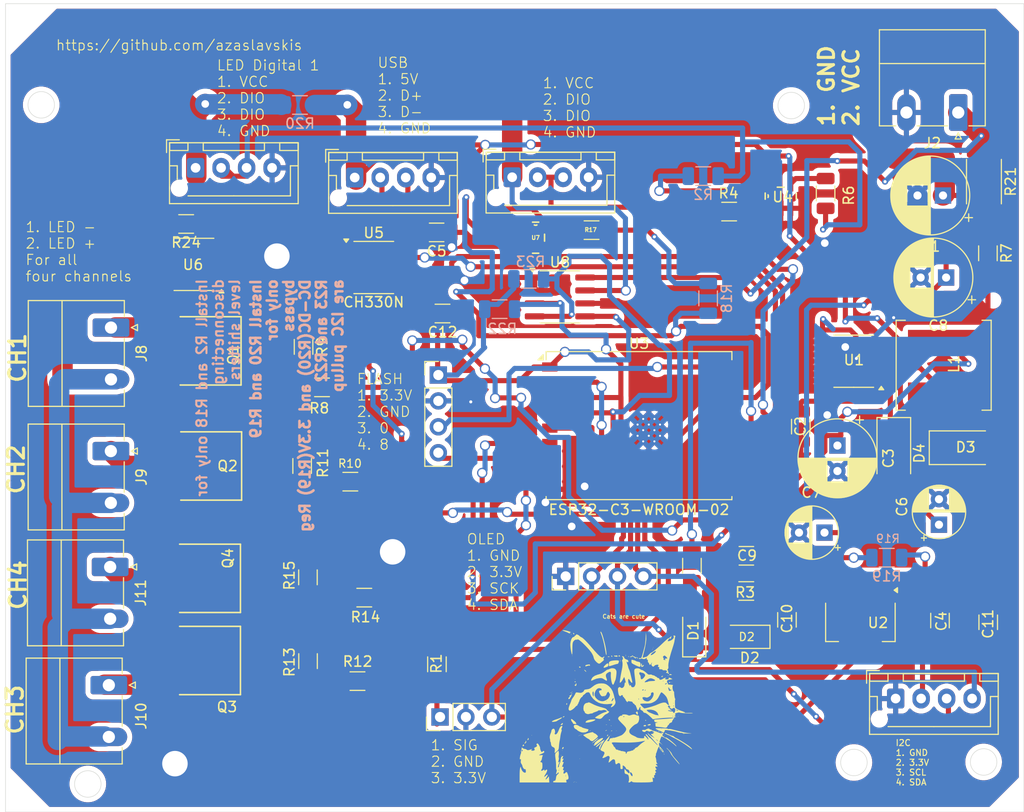
<source format=kicad_pcb>
(kicad_pcb (version 20240108) (generator "pcbnew") (generator_version "8.0")
  (layers (0 "F.Cu" signal) (31 "B.Cu" signal) (34 "B.Paste" user) (35 "F.Paste" user) (36 "B.SilkS" user "B.Silkscreen") (37 "F.SilkS" user "F.Silkscreen") (38 "B.Mask" user) (39 "F.Mask" user) (44 "Edge.Cuts" user))
  (net 0 "")
  (net 1 "GND")
  (net 2 "+3.3V")
  (net 3 "Net-(U5-V3)")
  (net 4 "+5V")
  (net 5 "Net-(D1-A)")
  (net 6 "Net-(D3-K)")
  (net 7 "DIO")
  (net 8 "Net-(J3-Pin_1)")
  (net 9 "DIO_2")
  (net 10 "D-")
  (net 11 "D+")
  (net 12 "SDA")
  (net 13 "SCL")
  (net 14 "0")
  (net 15 "8")
  (net 16 "Net-(J8-Pin_1)")
  (net 17 "Net-(J9-Pin_1)")
  (net 18 "Net-(J10-Pin_1)")
  (net 19 "Net-(J11-Pin_1)")
  (net 20 "Net-(Q1-G)")
  (net 21 "Net-(Q2-G)")
  (net 22 "Net-(Q3-G)")
  (net 23 "Net-(Q4-G)")
  (net 24 "LED_ANALOG")
  (net 25 "Net-(U3-IO18)")
  (net 26 "Net-(U3-IO19)")
  (net 27 "Net-(U4-Y)")
  (net 28 "Net-(U1-~{EN})")
  (net 29 "CH1")
  (net 30 "CH2")
  (net 31 "CH3")
  (net 32 "CH4")
  (net 33 "TX")
  (net 34 "ONEWIRE")
  (net 35 "RX")
  (net 37 "Net-(D2-A)")
  (net 43 "Net-(U7-Y)")
  (net 44 "DIO_2_OUT")
  (net 45 "DIO_OUT")
  (net 46 "Net-(D4-K)")
  (net 47 "IN+")
  (net 48 "IN-")
  (footprint "Diode_SMD:D_SMA" (layer "F.Cu") (at 168.07 69.34)
    (property "Reference" "D3")
    (property "Value" "SS34" (hide yes))
  )
  (footprint "Capacitor_SMD:C_1206_3216Metric" (layer "F.Cu") (at 165.61 86.29 90)
    (property "Reference" "C4")
    (property "Value" "0.1uf" (hide yes))
  )
  (footprint "Connector_Phoenix_MC_HighVoltage:PhoenixContact_MC_1,5_2-G-5.08_1x02_P5.08mm_Horizontal" (layer "F.Cu") (at 84.0925 92.625 -90)
    (property "Reference" "J10")
    (property "Value" "POWER" (hide yes))
  )
  (footprint "LED_SMD:LED_1206_3216Metric" (layer "F.Cu") (at 141.51 87.5675 90)
    (property "Reference" "D1")
    (property "Value" "LED" (hide yes))
  )
  (footprint "Capacitor_THT:CP_Radial_D5.0mm_P2.50mm" (layer "F.Cu") (at 154.283 77.666 180)
    (property "Reference" "C7")
    (property "Value" "220uf 35V" (hide yes))
  )
  (footprint "Connector_PinHeader_2.54mm:PinHeader_1x04_P2.54mm_Vertical" (layer "F.Cu") (at 128.9 81.96 90)
    (property "Reference" "J6" (hide yes))
    (property "Value" "OLED")
  )
  (footprint "Connector_PinHeader_2.54mm:PinHeader_1x04_P2.54mm_Vertical" (layer "F.Cu") (at 116.41 62.21)
    (property "Reference" "J7" (hide yes))
    (property "Value" "FLASH")
  )
  (footprint "easyeda2kicad:TO-252-2_L6.6-W6.1-P4.58-LS9.9-TL" (layer "F.Cu") (at 95.62 82.15 180)
    (property "Reference" "Q4")
    (property "Value" "IRLR8726TRPBF" (hide yes))
  )
  (footprint "Capacitor_SMD:C_1206_3216Metric" (layer "F.Cu") (at 170.34 86.46 90)
    (property "Reference" "C11")
    (property "Value" "0.1uf 100V" (hide yes))
  )
  (footprint "Resistor_SMD:R_1206_3216Metric" (layer "F.Cu") (at 141.28 80.9175 90)
    (property "Reference" "R5" (hide yes))
    (property "Value" "220R" (hide yes))
  )
  (footprint "Capacitor_THT:CP_Radial_D7.5mm_P2.50mm" (layer "F.Cu") (at 166.21 52.65 180)
    (property "Reference" "C8")
    (property "Value" "1000uf 35V")
  )
  (footprint "easyeda2kicad:TO-252-2_L6.6-W6.1-P4.58-LS9.9-TL" (layer "F.Cu") (at 95.68 59.84 180)
    (property "Reference" "Q1")
    (property "Value" "IRLR8726TRPBF" (hide yes))
  )
  (footprint "Connector_JST:JST_XH_B4B-XH-AM_1x04_P2.50mm_Vertical" (layer "F.Cu") (at 161.26 93.94)
    (property "Reference" "J12" (hide yes))
    (property "Value" "I2C" (hide yes))
  )
  (footprint "Resistor_SMD:R_1206_3216Metric" (layer "F.Cu") (at 91.675 47.395 180)
    (property "Reference" "R24")
    (property "Value" "10K")
  )
  (footprint "Resistor_SMD:R_1206_3216Metric" (layer "F.Cu") (at 116.27 90.58 90)
    (property "Reference" "R1")
    (property "Value" "22R" (hide yes))
  )
  (footprint "Resistor_SMD:R_1206_3216Metric" (layer "F.Cu") (at 131.4375 48)
    (property "Reference" "R17")
    (property "Value" "22R" (hide yes))
  )
  (footprint "Resistor_SMD:R_1206_3216Metric" (layer "F.Cu") (at 154.39 44.4 -90)
    (property "Reference" "R6")
    (property "Value" "22R" (hide yes))
  )
  (footprint "Capacitor_SMD:C_1206_3216Metric" (layer "F.Cu") (at 146.62 79.94 180)
    (property "Reference" "C9")
    (property "Value" "0.1uf 100V" (hide yes))
  )
  (footprint "Resistor_SMD:R_1206_3216Metric" (layer "F.Cu") (at 103.62 82.05 -90)
    (property "Reference" "R15")
    (property "Value" "22R" (hide yes))
  )
  (footprint "Resistor_SMD:R_1206_3216Metric" (layer "F.Cu") (at 103.63 90.27 -90)
    (property "Reference" "R13")
    (property "Value" "10K" (hide yes))
  )
  (footprint "footprints:DBV5" (layer "F.Cu") (at 149.989999 44.6638 90)
    (property "Reference" "U4")
    (property "Value" "SN74AHC1G32DBVR" (hide yes))
  )
  (footprint "Resistor_SMD:R_1206_3216Metric" (layer "F.Cu") (at 109.145 84.0425 180)
    (property "Reference" "R14")
    (property "Value" "220R" (hide yes))
  )
  (footprint "Resistor_SMD:R_1206_3216Metric" (layer "F.Cu") (at 146.61 83.39)
    (property "Reference" "R3")
    (property "Value" "1K" (hide yes))
  )
  (footprint "Package_SO:SOIC-8_3.9x4.9mm_P1.27mm" (layer "F.Cu") (at 110.075 51.665)
    (property "Reference" "U5")
    (property "Value" "CH330N")
  )
  (footprint "Resistor_SMD:R_2512_6332Metric" (layer "F.Cu") (at 169.92 43.24 -90)
    (property "Reference" "R21")
    (property "Value" "2mOm")
  )
  (footprint "Connector_Phoenix_MC_HighVoltage:PhoenixContact_MC_1,5_2-G-5.08_1x02_P5.08mm_Horizontal" (layer "F.Cu") (at 84.3025 57.555 -90)
    (property "Reference" "J8")
    (property "Value" "POWER" (hide yes))
  )
  (footprint "Inductor_SMD:L_Coilcraft_XAL8050-223" (layer "F.Cu") (at 165.97 61.25 90)
    (property "Reference" "L1")
    (property "Value" "L")
  )
  (footprint "Resistor_SMD:R_1206_3216Metric" (layer "F.Cu") (at 103.05 71.13 -90)
    (property "Reference" "R11")
    (property "Value" "10K" (hide yes))
  )
  (footprint "easyeda2kicad:TO-252-2_L6.6-W6.1-P4.58-LS9.9-TL" (layer "F.Cu") (at 95.735 71.13 180)
    (property "Reference" "Q2")
    (property "Value" "IRLR8726TRPBF" (hide yes))
  )
  (footprint "Package_SO:SOIC-8_3.9x4.9mm_P1.27mm" (layer "F.Cu") (at 92.44 51.36 180)
    (property "Reference" "U6")
    (property "Value" "DS18B20Z" (hide yes))
  )
  (footprint "Package_SO:SOIC-8_3.9x4.9mm_P1.27mm" (layer "F.Cu") (at 157.15 60.855 180)
    (property "Reference" "U1")
    (property "Value" "XL1509-5.0" (hide yes))
  )
  (footprint "Diode_SMD:D_SMA" (layer "F.Cu") (at 161.08 69.89 -90)
    (property "Reference" "D4")
    (property "Value" "SS34")
  )
  (footprint "easyeda2kicad:TO-252-2_L6.6-W6.1-P4.58-LS9.9-TL" (layer "F.Cu") (at 95.62 90.21 180)
    (property "Reference" "Q3")
    (property "Value" "IRLR8726TRPBF" (hide yes))
  )
  (footprint "Capacitor_THT:CP_Radial_D5.0mm_P2.50mm" (layer "F.Cu") (at 165.51 76.89 90)
    (property "Reference" "C6")
    (property "Value" "220uf 35V" (hide yes))
  )
  (footprint "Package_TO_SOT_SMD:SOT-223-3_TabPin2" (layer "F.Cu") (at 157.8025 86.44 -90)
    (property "Reference" "U2")
    (property "Value" "AMS1117-3.3" (hide yes))
  )
  (footprint "Resistor_SMD:R_1206_3216Metric" (layer "F.Cu") (at 170.31 50.27 -90)
    (property "Reference" "R7")
    (property "Value" "22R")
  )
  (footprint "Connector_JST:JST_XH_B4B-XH-AM_1x04_P2.50mm_Vertical" (layer "F.Cu") (at 92.602 41.889)
    (property "Reference" "J1" (hide yes))
    (property "Value" "LED3")
  )
  (footprint "Resistor_SMD:R_1206_3216Metric" (layer "F.Cu") (at 144.93 46.18 180)
    (property "Reference" "R4")
    (property "Value" "22R" (hide yes))
  )
  (footprint "Connector_JST:JST_XH_B4B-XH-AM_1x04_P2.50mm_Vertical" (layer "F.Cu") (at 108.21 42.84)
    (property "Reference" "J5" (hide yes))
    (property "Value" "USB" (hide yes))
  )
  (footprint "Capacitor_SMD:C_1206_3216Metric" (layer "F.Cu") (at 151.96 67.27 -90)
    (property "Reference" "C2")
    (property "Value" "0.1uf 100V 1206" (hide yes))
  )
  (footprint "Resistor_SMD:R_1206_3216Metric" (layer "F.Cu") (at 103.19 59.45 -90)
    (property "Reference" "R9")
    (property "Value" "10K" (hide yes))
  )
  (footprint "Connector_PinHeader_2.54mm:PinHeader_1x03_P2.54mm_Vertical" (layer "F.Cu") (at 116.575 95.75 90)
    (property "Reference" "J3" (hide yes))
    (property "Value" "LIGHT_SENSOR" (hide yes))
  )
  (footprint "Package_SO:SOIC-8_3.9x4.9mm_P1.27mm" (layer "F.Cu") (at 128.338 54.548)
    (property "Reference" "U8")
    (property "Value" "INA219AxD")
  )
  (footprint "Capacitor_SMD:C_1206_3216Metric" (layer "F.Cu") (at 150.6 86.22 -90)
    (property "Reference" "C10")
    (property "Value" "0.1uf 100V" (hide yes))
  )
  (footprint "footprints:DBV5" (layer "F.Cu") (at 125.95 48.74)
    (property "Reference" "U7")
    (property "Value" "SN74AHC1G32DBVR" (hide yes))
  )
  (footprint "Resistor_SMD:R_1206_3216Metric" (layer "F.Cu") (at 105 63.42 180)
    (property "Reference" "R8")
    (property "Value" "220R" (hide yes))
  )
  (footprint "RF_Module:ESP32-C3-WROOM-02U" (layer "F.Cu") (at 136.09 67.42)
    (property "Reference" "U3")
    (property "Value" "ESP32-C3-WROOM-02")
  )
  (footprint "LED_SMD:LED_1206_3216Metric" (layer "F.Cu") (at 146.65 87.89 180)
    (property "Reference" "D2")
    (property "Value" "LED" (hide yes))
  )
  (footprint "Capacitor_THT:CP_Radial_D7.5mm_P2.50mm" (layer "F.Cu") (at 165.905113 44.6 180)
    (property "Reference" "C1")
    (property "Value" "470uf (25v)")
  )
  (footprint "LOGO" (layer "F.Cu") (at 133.81 94.59)
    (property "Reference" "G***" (hide yes))
    (property "Value" "LOGO" (hide yes))
  )
  (footprint "Connector_Phoenix_MC_HighVoltage:PhoenixContact_MC_1,5_2-G-5.08_1x02_P5.08mm_Horizontal" (layer "F.Cu") (at 84.29 69.67 -90)
    (property "Reference" "J9")
    (property "Value" "POWER" (hide yes))
  )
  (footprint "Connector_Phoenix_MC_HighVoltage:PhoenixContact_MC_1,5_2-G-5.08_1x02_P5.08mm_Horizontal" (layer "F.Cu") (at 167.4 36.46 180)
    (property "Reference" "J2")
    (property "Value" "POWER")
  )
  (footprint "Resistor_SMD:R_1206_3216Metric" (layer "F.Cu") (at 108.48 92.23 180)
    (property "Reference" "R12")
    (property "Value" "220R" (hide yes))
  )
  (footprint "Resistor_SMD:R_1206_3216Metric" (layer "F.Cu") (at 116.819 56.177 180)
    (property "Reference" "C12")
    (property "Value" "0.1uf 1206 100V")
  )
  (footprint "Capacitor_SMD:C_1206_3216Metric" (layer "F.Cu") (at 116.24 48.22 180)
    (property "Reference" "C5")
    (property "Value" "0.1uf")
  )
  (footprint "Capacitor_THT:CP_Radial_D7.5mm_P2.50mm" (layer "F.Cu") (at 155.551 69.125606 -90)
    (property "Reference" "C3")
    (property "Value" "220uf 35V")
  )
  (footprint "Connector_JST:JST_XH_B4B-XH-AM_1x04_P2.50mm_Vertical" (layer "F.Cu") (at 123.65 42.81)
    (property "Reference" "J4" (hide yes))
    (property "Value" "LED_1")
  )
  (footprint "Resistor_SMD:R_1206_3216Metric" (layer "F.Cu") (at 107.7775 72.67 180)
    (property "Reference" "R10" (hide yes))
    (property "Value" "220R" (hide yes))
  )
  (footprint "Connector_Phoenix_MC_HighVoltage:PhoenixContact_MC_1,5_2-G-5.08_1x02_P5.08mm_Horizontal" (layer "F.Cu") (at 84.2225 81.035 -90)
    (property "Reference" "J11")
    (property "Value" "POWER" (hide yes))
  )
  (footprint "Resistor_SMD:R_1206_3216Metric" (layer "B.Cu") (at 102.8375 35.725)
    (property "Reference" "R20")
    (property "Value" "22R" (hide yes))
  )
  (footprint "Resistor_SMD:R_1206_3216Metric" (layer "B.Cu") (at 125.27 52.78)
    (property "Reference" "R23")
    (property "Value" "R")
  )
  (footprint "Resistor_SMD:R_1206_3216Metric" (layer "B.Cu") (at 142.87 54.69 90)
    (property "Reference" "R18")
    (property "Value" "22R" (hide yes))
  )
  (footprint "Resistor_SMD:R_1206_3216Metric" (layer "B.Cu") (at 142.3875 42.7)
    (property "Reference" "R2")
    (property "Value" "22R" (hide yes))
  )
  (footprint "Resistor_SMD:R_1206_3216Metric" (layer "B.Cu") (at 160.3875 80.125)
    (property "Reference" "R19")
    (property "Value" "0R" (hide yes))
  )
  (footprint "Resistor_SMD:R_1206_3216Metric" (layer "B.Cu") (at 122.42 55.75 180)
    (property "Reference" "R22")
    (property "Value" "R")
  )
  (gr_circle (center 169.89 100.16) (end 171.19 100.16) (stroke (width 0.05)) (fill none) (layer "Edge.Cuts"))
  (gr_rect (start 73.958578 25.788578) (end 173.84 105.07) (stroke (width 0.05)) (fill none) (layer "Edge.Cuts"))
  (gr_circle (center 157.17 100.21) (end 158.47 100.21) (stroke (width 0.05)) (fill none) (layer "Edge.Cuts"))
  (gr_circle (center 82.031 102.318) (end 83.331 102.318) (stroke (width 0.05)) (fill none) (layer "Edge.Cuts"))
  (gr_circle (center 151.02 35.78) (end 152.32 35.78) (stroke (width 0.05)) (fill none) (layer "Edge.Cuts"))
  (gr_circle (center 77.46 35.71) (end 78.76 35.71) (stroke (width 0.05)) (fill none) (layer "Edge.Cuts"))
  (gr_text "W=97.78mm H=78.26mm\n " (at 117.766 32.007 0) (layer "F.Cu") (effects (font (size 1.5 1.5) (thickness 0.3) (bold yes)) (justify left bottom)))
  (gr_text "Pineapple \non pizza \nis taaaastyyy!!" (at 83.4 45.76 0) (layer "F.Cu") (effects (font (size 0.5 0.5) (thickness 0.075)) (justify left bottom)))
  (gr_text "WLED-LED-DA\nRev 1.6\n" (at 142.068 101.59 0) (layer "F.Cu") (effects (font (size 1 1) (thickness 0.2)) (justify left bottom)))
  (gr_text "Install R20 and R19 \nonly for \nbypass\nDC-DC(R20) and 3.3V(R19) Reg\nR23 and R22 \nare I2C pullup" (at 107.14 52.69 90) (layer "B.SilkS") (effects (font (size 1 1) (thickness 0.25)) (justify left bottom mirror)))
  (gr_text "Install R2 and R18 only for \ndisconnecting \nlevel shifters" (at 97.02 52.69 90) (layer "B.SilkS") (effects (font (size 1 1) (thickness 0.2) (bold yes)) (justify left bottom mirror)))
  (gr_text "1. VCC\n2. DIO\n3. DIO\n4. GND\n" (at 126.59 38.99 0) (layer "F.SilkS") (effects (font (size 1 1) (thickness 0.1)) (justify left bottom)))
  (gr_text "1. GND\n2. VCC" (at 157.78 37.97 90) (layer "F.SilkS") (effects (font (size 1.5 1.5) (thickness 0.3) (bold yes)) (justify left bottom)))
  (gr_text "1. LED -\n2. LED + \nFor all\nfour channels\n" (at 75.86 53.11 0) (layer "F.SilkS") (effects (font (size 1 1) (thickness 0.1)) (justify left bottom)))
  (gr_text "CH2" (at 74.99 71.46 90) (layer "F.SilkS") (effects (font (size 1.6 1.6) (thickness 0.3) (bold yes))))
  (gr_text "1. SIG\n2. GND\n3. 3.3V" (at 115.6 102.32 0) (layer "F.SilkS") (effects (font (size 1 1) (thickness 0.1)) (justify left bottom)))
  (gr_text "CH3\n" (at 74.88 95.03 90) (layer "F.SilkS") (effects (font (size 1.6 1.6) (thickness 0.3) (bold yes))))
  (gr_text "FLASH\n1. 3.3V\n2. GND\n3. 0\n4. 8\n" (at 108.36 69.62 0) (layer "F.SilkS") (effects (font (size 1 1) (thickness 0.1)) (justify left bottom)))
  (gr_text "CH4" (at 75.18 82.81 90) (layer "F.SilkS") (effects (font (size 1.6 1.6) (thickness 0.3) (bold yes))))
  (gr_text "OLED\n1. GND\n2. 3.3V\n3. SCK\n4. SDA\n" (at 119.14 85.33 0) (layer "F.SilkS") (effects (font (size 1 1) (thickness 0.1)) (justify left bottom)))
  (gr_text "LED Digital 1\n1. VCC\n2. DIO\n3. DIO\n4. GND\n" (at 94.63 38.86 0) (layer "F.SilkS") (effects (font (size 1 1) (thickness 0.1)) (justify left bottom)))
  (gr_text "CH1" (at 75.14 60.53 90) (layer "F.SilkS") (effects (font (size 1.6 1.6) (thickness 0.3) (bold yes))))
  (gr_text "https://github.com/azaslavskis" (at 78.84 30.45 0) (layer "F.SilkS") (effects (font (size 1 1) (thickness 0.1)) (justify left bottom)))
  (gr_text "USB\n1. 5V\n2. D+\n3. D-\n4. GND\n" (at 110.39 38.6 0) (layer "F.SilkS") (effects (font (size 1 1) (thickness 0.1)) (justify left bottom)))
  (gr_text "I2C\n1. GND\n2. 3.3V\n3. SCL\n4. SDA\n" (at 161.21 102.5 0) (layer "F.SilkS") (effects (font (size 0.6 0.6) (thickness 0.1)) (justify left bottom)))
  (gr_text "Cats are cute\n" (at 132.467 86.125 0) (layer "F.SilkS") (effects (font (size 0.4 0.4) (thickness 0.075) (bold yes)) (justify left bottom)))
  (segment (start 99.9275 88.8075) (end 99.04 87.92) (width 0.5) (layer "F.Cu") (net 1))
  (segment (start 99.04 79.86) (end 102.8925 79.86) (width 0.5) (layer "F.Cu") (net 1))
  (segment (start 154.675 58.95) (end 154.675 59.46) (width 0.5) (layer "F.Cu") (net 1))
  (segment (start 127.34 73.42) (end 130.47 73.42) (width 0.5) (layer "F.Cu") (net 1))
  (segment (start 156.32 59.46) (end 156.44 59.46) (width 0.5) (layer "F.Cu") (net 1))
  (segment (start 154.675 59.46) (end 154.675 62.76) (width 0.5) (layer "F.Cu") (net 1))
  (segment (start 151.6794 44.5) (end 155.86 44.5) (width 0.5) (layer "F.Cu") (net 1))
  (segment (start 155.44 48.35) (end 154.52 49.27) (width 0.5) (layer "F.Cu") (net 1))
  (segment (start 155.86 44.5) (end 155.86 47.93) (width 0.5) (layer "F.Cu") (net 1))
  (segment (start 154.52 49.27) (end 154.31 49.27) (width 0.5) (layer "F.Cu") (net 1))
  (segment (start 117.715 49.66) (end 117.715 49.785) (width 0.5) (layer "F.Cu") (net 1))
  (segment (start 117.715 48.22) (end 117.715 49.66) (width 0.5) (layer "F.Cu") (net 1))
  (segment (start 99.155 68.84) (end 102.2225 68.84) (width 0.5) (layer "F.Cu") (net 1))
  (segment (start 130.47 73.42) (end 130.76 73.13) (width 0.5) (layer "F.Cu") (net 1))
  (segment (start 103.19 57.9875) (end 99.5375 57.9875) (width 0.5) (layer "F.Cu") (net 1))
  (segment (start 154.675 59.46) (end 156.32 59.46) (width 0.5) (layer "F.Cu") (net 1))
  (segment (start 117.715 49.785) (end 117.68 49.82) (width 0.5) (layer "F.Cu") (net 1))
  (segment (start 103.63 88.8075) (end 99.9275 88.8075) (width 0.5) (layer "F.Cu") (net 1))
  (segment (start 99.5375 57.9875) (end 99.1 57.55) (width 0.5) (layer "F.Cu") (net 1))
  (segment (start 128.9 81.96) (end 128.9 77.65) (width 0.5) (layer "F.Cu") (net 1))
  (segment (start 127.34 74.27) (end 127.34 73.42) (width 0.5) (layer "F.Cu") (net 1))
  (segment (start 116.89 64.75) (end 119.5 64.75) (width 0.5) (layer "F.Cu") (net 1))
  (segment (start 126.91 74.7) (end 127.39 74.7) (width 0.5) (layer "F.Cu") (net 1))
  (segment (start 154.31 49.27) (end 154.25 49.27) (width 0.5) (layer "F.Cu") (net 1))
  (segment (start 150.94 45.8576) (end 149.989999 45.8576) (width 0.5) (layer "F.Cu") (net 1))
  (segment (start 103.4875 69.23) (end 103.05 69.6675) (width 0.5) (layer "F.Cu") (net 1))
  (segment (start 119.5 64.75) (end 119.59 64.84) (width 0.5) (layer "F.Cu") (net 1))
  (segment (start 128.9 77.65) (end 129.49 77.06) (width 0.5) (layer "F.Cu") (net 1))
  (segment (start 118.97 52.93) (end 118.9 53) (width 0.5) (layer "F.Cu") (net 1))
  (segment (start 118.9 53) (end 117.626 53) (width 0.5) (layer "F.Cu") (net 1))
  (segment (start 117.626 53) (end 116.742 53.884) (width 0.5) (layer "F.Cu") (net 1))
  (segment (start 116.742 53.884) (end 116.742 54.6375) (width 0.5) (layer "F.Cu") (net 1))
  (segment (start 150.94 45.8576) (end 150.94 45.06) (width 0.5) (layer "F.Cu") (net 1))
  (segment (start 126.91 74.7) (end 127.34 74.27) (width 0.5) (layer "F.Cu") (net 1))
  (segment (start 102.8925 79.86) (end 103.62 80.5875) (width 0.5) (layer "F.Cu") (net 1))
  (segment (start 102.2225 68.84) (end 103.05 69.6675) (width 0.5) (layer "F.Cu") (net 1))
  (segment (start 119.955 53.915) (end 118.97 52.93) (width 0.5) (layer "F.Cu") (net 1))
  (segment (start 151.06 44.94) (end 151.2394 44.94) (width 0.5) (layer "F.Cu") (net 1))
  (segment (start 151.2394 44.94) (end 151.6794 44.5) (width 0.5) (layer "F.Cu") (net 1))
  (segment (start 156.44 59.46) (end 156.46 59.44) (width 0.5) (layer "F.Cu") (net 1))
  (segment (start 116.742 54.6375) (end 118.2815 56.177) (width 0.5) (layer "F.Cu") (net 1))
  (segment (start 150.94 45.06) (end 151.06 44.94) (width 0.5) (layer "F.Cu") (net 1))
  (segment (start 155.86 47.93) (end 155.44 48.35) (width 0.5) (layer "F.Cu") (net 1))
  (segment (start 126.215 53.915) (end 119.955 53.915) (width 0.5) (layer "F.Cu") (net 1))
  (via (at 117.715 49.66) (size 1) (drill 0.75) (layers "F.Cu" "B.Cu") (net 1))
  (via (at 119.59 64.84) (size 0.6) (drill 0.3) (layers "F.Cu" "B.Cu") (net 1))
  (via (at 156.32 59.46) (size 1) (drill 0.75) (layers "F.Cu" "B.Cu") (net 1))
  (via (at 154.31 49.27) (size 1) (drill 0.75) (layers "F.Cu" "B.Cu") (net 1))
  (via (at 118.97 52.93) (size 1) (drill 0.75) (layers "F.Cu" "B.Cu") (net 1))
  (via (at 100.575 50.55) (size 3) (drill 2.5) (layers "F.Cu" "B.Cu") (net 1))
  (via (at 90.575 100.325) (size 3) (drill 2.5) (layers "F.Cu" "B.Cu") (net 1))
  (via (at 111.925 79.55) (size 3) (drill 2.5) (layers "F.Cu" "B.Cu") (net 1))
  (via (at 129.49 77.06) (size 1) (drill 0.75) (layers "F.Cu" "B.Cu") (net 1))
  (via (at 154.55 66.13) (size 1) (drill 0.75) (layers "F.Cu" "B.Cu") (net 1))
  (via (at 126.91 74.7) (size 1) (drill 0.75) (layers "F.Cu" "B.Cu") (net 1))
  (via (at 130.76 73.13) (size 1) (drill 0.75) (layers "F.Cu" "B.Cu") (net 1))
  (segment (start 137.05 68.17) (end 135.72 68.17) (width 0.5) (layer "B.Cu") (net 1))
  (segment (start 153.5 61.63) (end 155.71 61.63) (width 0.5) (layer "B.Cu") (net 1))
  (segment (start 156.32 61.02) (end 156.32 59.46) (width 0.5) (layer "B.Cu") (net 1))
  (segment (start 117.44 49.62) (end 117.66 49.84) (width 0.5) (layer "B.Cu") (net 1))
  (segment (start 153.5 64.72) (end 153.5 61.63) (width 0.5) (layer "B.Cu") (net 1))
  (segment (start 118.97 52.93) (end 118.357 52.317) (width 0.5) (layer "B.Cu") (net 1))
  (segment (start 114.12 49.78) (end 114.28 49.62) (width 0.5) (layer "B.Cu") (net 1))
  (segment (start 129.49 77.06) (end 127.13 74.7) (width 0.5) (layer "B.Cu") (net 1))
  (segment (start 114.12 51.44) (end 114.12 49.78) (width 0.5) (layer "B.Cu") (net 1))
  (segment (start 154.44 66.02) (end 154.23 66.02) (width 0.5) (layer "B.Cu") (net 1))
  (segment (start 154.55 66.13) (end 154.44 66.02) (width 0.5) (layer "B.Cu") (net 1))
  (segment (start 163.405113 46.105113) (end 163.405113 44.6) (width 2) (layer "B.Cu") (net 1))
  (segment (start 114.28 49.62) (end 117.44 49.62) (width 0.5) (layer "B.Cu") (net 1))
  (segment (start 154.55 65.77) (end 153.5 64.72) (width 0.5) (layer "B.Cu") (net 1))
  (segment (start 114.997 52.317) (end 114.12 51.44) (width 0.5) (layer "B.Cu") (net 1))
  (segment (start 118.357 52.317) (end 114.997 52.317) (width 0.5) (layer "B.Cu") (net 1))
  (segment (start 135.72 68.17) (end 130.76 73.13) (width 0.5) (layer "B.Cu") (net 1))
  (segment (start 127.13 74.7) (end 126.91 74.7) (width 0.5) (layer "B.Cu") (net 1))
  (segment (start 155.71 61.63) (end 156.32 61.02) (width 0.5) (layer "B.Cu") (net 1))
  (segment (start 154.55 66.13) (end 154.55 65.77) (width 0.5) (layer "B.Cu") (net 1))
  (segment (start 131.97 62.92) (end 132.42 63.37) (width 0.5) (layer "F.Cu") (net 2))
  (segment (start 94.915 50.725) (end 94.915 50.205) (width 0.5) (layer "F.Cu") (net 2))
  (segment (start 124.44 62.76) (end 116.34 62.76) (width 0.5) (layer "F.Cu") (net 2))
  (segment (start 134.56 71.99995) (end 132.42 69.85995) (width 0.5) (layer "F.Cu") (net 2))
  (segment (start 111.02 55.1) (end 112.55 53.57) (width 0.5) (layer "F.Cu") (net 2))
  (segment (start 128.82 59.94) (end 127.34 61.42) (width 0.5) (layer "F.Cu") (net 2))
  (segment (start 93.1 55.1) (end 111.02 55.1) (width 0.5) (layer "F.Cu") (net 2))
  (segment (start 132.42 69.85995) (end 132.42 67.11) (width 0.5) (layer "F.Cu") (net 2))
  (segment (start 92.725 54.725) (end 93.1 55.1) (width 0.5) (layer "F.Cu") (net 2))
  (segment (start 124.44 62.76) (end 127.18 62.76) (width 0.5) (layer "F.Cu") (net 2))
  (segment (start 151.6425 95.75) (end 157.8025 89.59) (width 0.5) (layer "F.Cu") (net 2))
  (segment (start 134.39 78.24) (end 134.56 78.07) (width 0.5) (layer "F.Cu") (net 2))
  (segment (start 164.05 81.89) (end 164.15 81.79) (width 0.5) (layer "F.Cu") (net 2))
  (segment (start 96.696 47.94) (end 96.696 50.919) (width 0.5) (layer "F.Cu") (net 2))
  (segment (start 94.915 50.205) (end 92.86495 50.205) (width 0.5) (layer "F.Cu") (net 2))
  (segment (start 96.151 47.395) (end 96.696 47.94) (width 0.5) (layer "F.Cu") (net 2))
  (segment (start 116.34 62.76) (end 116.34 57.36) (width 0.5) (layer "F.Cu") (net 2))
  (segment (start 127.34 62.92) (end 131.97 62.92) (width 0.5) (layer "F.Cu") (net 2))
  (segment (start 157.8025 89.59) (end 163.785 89.59) (width 0.5) (layer "F.Cu") (net 2))
  (segment (start 165.78 87.935) (end 165.61 87.765) (width 0.5) (layer "F.Cu") (net 2))
  (segment (start 133.765 56.455) (end 133.85 56.54) (width 0.5) (layer "F.Cu") (net 2))
  (segment (start 163.895 89.7) (end 163.785 89.59) (width 0.5) (layer "F.Cu") (net 2))
  (segment (start 157.8025 89.59) (end 157.8025 83.29) (width 0.5) (layer "F.Cu") (net 2))
  (segment (start 158.01 81.9) (end 158.07 81.84) (width 0.5) (layer "F.Cu") (net 2))
  (segment (start 164.15 81.79) (end 164.15 80.02) (width 0.5) (layer "F.Cu") (net 2))
  (segment (start 158.07 81.84) (end 164 81.84) (width 0.5) (layer "F.Cu") (net 2))
  (segment (start 131.44 81.96) (end 134.39 79.01) (width 0.5) (layer "F.Cu") (net 2))
  (segment (start 92.725 50.34495) (end 92.725 54.725) (width 0.5) (layer "F.Cu") (net 2))
  (segment (start 92.86495 50.205) (end 92.725 50.34495) (width 0.5) (layer "F.Cu") (net 2))
  (segment (start 121.655 95.75) (end 151.6425 95.75) (width 0.5) (layer "F.Cu") (net 2))
  (segment (start 116.34 57.36) (end 112.55 53.57) (width 0.5) (layer "F.Cu") (net 2))
  (segment (start 163.785 89.59) (end 165.61 87.765) (width 0.5) (layer "F.Cu") (net 2))
  (segment (start 163.895 94.275) (end 163.895 89.7) (width 0.5) (layer "F.Cu") (net 2))
  (segment (start 96.097 50.725) (end 94.915 50.725) (width 0.5) (layer "F.Cu") (net 2))
  (segment (start 157.8025 82.1075) (end 158.01 81.9) (width 0.5) (layer "F.Cu") (net 2))
  (segment (start 157.8025 83.29) (end 157.8025 82.1075) (width 0.5) (layer "F.Cu") (net 2))
  (segment (start 96.291 50.919) (end 96.097 50.725) (width 0.5) (layer "F.Cu") (net 2))
  (segment (start 164 81.84) (end 164.05 81.89) (width 0.5) (layer "F.Cu") (net 2))
  (segment (start 134.39 79.01) (end 134.39 78.24) (width 0.5) (layer "F.Cu") (net 2))
  (segment (start 125.78 61.42) (end 124.44 62.76) (width 0.5) (layer "F.Cu") (net 2))
  (segment (start 131.165 56.455) (end 133.765 56.455) (width 0.5) (layer "F.Cu") (net 2))
  (segment (start 170.34 87.935) (end 165.78 87.935) (width 0.5) (layer "F.Cu") (net 2))
  (segment (start 127.34 61.42) (end 125.78 61.42) (width 0.5) (layer "F.Cu") (net 2))
  (segment (start 127.18 62.76) (end 127.34 62.92) (width 0.5) (layer "F.Cu") (net 2))
  (segment (start 134.56 78.07) (end 134.56 71.99995) (width 0.5) (layer "F.Cu") (net 2))
  (segment (start 96.696 50.919) (end 96.291 50.919) (width 0.5) (layer "F.Cu") (net 2))
  (segment (start 93.1375 47.395) (end 96.151 47.395) (width 0.5) (layer "F.Cu") (net 2))
  (via (at 132.42 67.11) (size 1) (drill 0.75) (layers "F.Cu" "B.Cu") (net 2))
  (via (at 164.15 80.02) (size 1) (drill 0.75) (layers "F.Cu" "B.Cu") (net 2))
  (via (at 133.85 56.54) (size 0.6) (drill 0.3) (layers "F.Cu" "B.Cu") (net 2))
  (via (at 128.82 59.94) (size 1) (drill 0.75) (layers "F.Cu" "B.Cu") (net 2))
  (via (at 132.42 63.37) (size 1) (drill 0.75) (layers "F.Cu" "B.Cu") (net 2))
  (segment (start 131.14 59.94) (end 131.92 60.72) (width 0.5) (layer "B.Cu") (net 2))
  (segment (start 121.655 93.045) (end 121.655 95.75) (width 0.5) (layer "B.Cu") (net 2))
  (segment (start 120.835 55.28) (end 120.835 59.395) (width 0.5) (layer "B.Cu") (net 2))
  (segment (start 122.24 55.28) (end 120.835 55.28) (width 0.5) (layer "B.Cu") (net 2))
  (segment (start 162.09 79.86) (end 164.1 79.86) (width 0.5) (layer "B.Cu") (net 2))
  (segment (start 123.8075 53.7125) (end 122.24 55.28) (width 0.5) (layer "B.Cu") (net 2))
  (segment (start 131.44 81.96) (end 131.44 83.26) (width 0.5) (layer "B.Cu") (net 2))
  (segment (start 120.835 59.395) (end 120.95 59.51) (width 0.5) (layer "B.Cu") (net 2))
  (segment (start 128.82 59.94) (end 131.14 59.94) (width 0.5) (layer "B.Cu") (net 2))
  (segment (start 123.8075 52.78) (end 123.8075 53.7125) (width 0.5) (layer "B.Cu") (net 2))
  (segment (start 161.85 80.1) (end 161.93 80.02) (width 0.5) (layer "B.Cu") (net 2))
  (segment (start 120.95 59.51) (end 118.25 62.21) (width 0.5) (layer "B.Cu") (net 2))
  (segment (start 135.08 57.77) (end 133.91 56.6) (width 0.5) (layer "B.Cu") (net 2))
  (segment (start 161.85 80.125) (end 161.85 80.1) (width 0.5) (layer "B.Cu") (net 2))
  (segment (start 132.42 67.11) (end 132.42 63.37) (width 0.5) (layer "B.Cu") (net 2))
  (segment (start 131.44 83.26) (end 121.655 93.045) (width 0.5) (layer "B.Cu") (net 2))
  (segment (start 118.25 62.21) (end 116.41 62.21) (width 0.5) (layer "B.Cu") (net 2))
  (segment (start 161.85 80.1) (end 162.09 79.86) (width 0.5) (layer "B.Cu") (net 2))
  (segment (start 131.92 60.72) (end 135.08 60.72) (width 0.5) (layer "B.Cu") (net 2))
  (segment (start 135.08 60.72) (end 135.08 57.77) (width 0.5) (layer "B.Cu") (net 2))
  (segment (start 114.655 48.11) (end 114.765 48.22) (width 0.5) (layer "F.Cu") (net 3))
  (segment (start 112.41 48.11) (end 114.655 48.11) (width 0.5) (layer "F.Cu") (net 3))
  (segment (start 112.55 49.76) (end 112.55 48.25) (width 0.5) (layer "F.Cu") (net 3))
  (segment (start 112.55 48.25) (end 112.41 48.11) (width 0.5) (layer "F.Cu") (net 3))
  (segment (start 120.88995 45.91) (end 120.23 45.25005) (width 0.5) (layer "F.Cu") (net 4))
  (segment (start 108.34 36.57) (end 107.48 35.71) (width 2) (layer "F.Cu") (net 4))
  (segment (start 155.8825 68.144887) (end 155.8825 66.4575) (width 0.5) (layer "F.Cu") (net 4))
  (segment (start 155.5025 80.3225) (end 155.7 80.125) (width 0.5) (layer "F.Cu") (net 4))
  (segment (start 148.095 83.3675) (end 148.0725 83.39) (width 0.5) (layer "F.Cu") (net 4))
  (segment (start 120.23 45.25005) (end 120.23 40.37) (width 0.5) (layer "F.Cu") (net 4))
  (segment (start 120.28 40.37) (end 121.01 39.64) (width 0.5) (layer "F.Cu") (net 4))
  (segment (start 150.6 84.745) (end 154.0475 84.745) (width 0.5) (layer "F.Cu") (net 4))
  (segment (start 164.42 60.22) (end 165.97 58.67) (width 0.5) (layer "F.Cu") (net 4))
  (segment (start 156.33 54.02) (end 156.33 56.96) (width 0.5) (layer "F.Cu") (net 4))
  (segment (start 148.095 75.905) (end 148.095 79.94) (width 0.5) (layer "F.Cu") (net 4))
  (segment (start 161.5 60.22) (end 164.42 60.22) (width 0.5) (layer "F.Cu") (net 4))
  (segment (start 147.51 39.6) (end 125.47 39.6) (width 0.5) (layer "F.Cu") (net 4))
  (segment (start 127.1438 47.789999) (end 127.1438 47.4138) (width 0.5) (layer "F.Cu") (net 4))
  (segment (start 111.75 39.64) (end 121.01 39.64) (width 0.5) (layer "F.Cu") (net 4))
  (segment (start 148.64 40.73) (end 147.51 39.6) (width 0.5) (layer "F.Cu") (net 4))
  (segment (start 108.34 43.05) (end 111.75 39.64) (width 0.5) (layer "F.Cu") (net 4))
  (segment (start 155.5025 83.29) (end 155.5025 80.3225) (width 0.5) (layer "F.Cu") (net 4))
  (segment (start 120.23 40.37) (end 120.28 40.37) (width 0.5) (layer "F.Cu") (net 4))
  (segment (start 148.64 40.73) (end 150.76 40.73) (width 0.5) (layer "F.Cu") (net 4))
  (segment (start 155.8825 68.144887) (end 154.475113 68.144887) (width 0.5) (layer "F.Cu") (net 4))
  (segment (start 155.7 80.125) (end 157.15 80.125) (width 0.5) (layer "F.Cu") (net 4))
  (segment (start 149.4275 84.745) (end 148.0725 83.39) (width 0.5) (layer "F.Cu") (net 4))
  (segment (start 127.1438 47.4138) (end 125.64 45.91) (width 0.5) (layer "F.Cu") (net 4))
  (segment (start 161.5 58.69) (end 159.45 56.64) (width 0.5) (layer "F.Cu") (net 4))
  (segment (start 161.5 60.22) (end 161.5 58.69) (width 0.5) (layer "F.Cu") (net 4))
  (segment (start 168.39 61.09) (end 168.39 61.11) (width 0.5) (layer "F.Cu") (net 4))
  (segment (start 148.095 79.94) (end 148.095 83.3675) (width 0.5) (layer "F.Cu") (net 4))
  (segment (start 159.625 60.22) (end 161.5 60.22) (width 0.5) (layer "F.Cu") (net 4))
  (segment (start 165.97 58.67) (end 168.39 61.09) (width 0.5) (layer "F.Cu") (net 4))
  (segment (start 155.8825 66.4575) (end 156.525 65.815) (width 0.5) (layer "F.Cu") (net 4))
  (segment (start 149.039998 41.129998) (end 148.64 40.73) (width 0.5) (layer "F.Cu") (net 4))
  (segment (start 154.0475 84.745) (end 155.5025 83.29) (width 0.5) (layer "F.Cu") (net 4))
  (segment (start 149.039998 43.47) (end 149.039998 41.129998) (width 0.5) (layer "F.Cu") (net 4))
  (segment (start 150.88 48.57) (end 156.33 54.02) (width 0.5) (layer "F.Cu") (net 4))
  (segment (start 154.475113 68.144887) (end 154.32 68.3) (width 0.5) (layer "F.Cu") (net 4))
  (segment (start 150.6 84.745) (end 149.4275 84.745) (width 0.5) (layer "F.Cu") (net 4))
  (segment (start 154.32 68.3) (end 154.32 69.68) (width 0.5) (layer "F.Cu") (net 4))
  (segment (start 108.34 43.05) (end 108.34 36.57) (width 2) (layer "F.Cu") (net 4))
  (segment (start 154.32 69.68) (end 148.095 75.905) (width 0.5) (layer "F.Cu") (net 4))
  (segment (start 125.64 45.91) (end 120.88995 45.91) (width 0.5) (layer "F.Cu") (net 4))
  (via (at 125.47 39.6) (size 1) (drill 0.75) (layers "F.Cu" "B.Cu") (net 4))
  (via (at 159.45 56.64) (size 0.6) (drill 0.3) (layers "F.Cu" "B.Cu") (net 4))
  (via (at 150.76 40.73) (size 0.6) (drill 0.3) (layers "F.Cu" "B.Cu") (net 4))
  (via (at 150.88 48.57) (size 0.6) (drill 0.3) (layers "F.Cu" "B.Cu") (net 4))
  (via (at 157.15 80.125) (size 1) (drill 0.75) (layers "F.Cu" "B.Cu") (net 4))
  (via (at 168.39 61.11) (size 0.6) (drill 0.3) (layers "F.Cu" "B.Cu") (net 4))
  (via (at 121.01 39.64) (size 1) (drill 0.75) (layers "F.Cu" "B.Cu") (net 4))
  (via (at 156.33 56.96) (size 0.6) (drill 0.3) (layers "F.Cu" "B.Cu") (net 4))
  (via (at 107.48 35.71) (size 1) (drill 0.75) (layers "F.Cu" "B.Cu") (net 4))
  (via (at 156.525 65.815) (size 1) (drill 0.75) (layers "F.Cu" "B.Cu") (net 4))
  (segment (start 107.465 35.725) (end 107.48 35.71) (width 2) (layer "B.Cu") (net 4))
  (segment (start 150.88 40.85) (end 150.88 48.57) (width 0.5) (layer "B.Cu") (net 4))
  (segment (start 160.345 65.815) (end 156.525 65.815) (width 0.5) (layer "B.Cu") (net 4))
  (segment (start 158.925 80.125) (end 157.395 80.125) (width 0.5) (layer "B.Cu") (net 4))
  (segment (start 150.76 40.73) (end 150.88 40.85) (width 0.5) (layer "B.Cu") (net 4))
  (segment (start 104.3 35.725) (end 107.465 35.725) (width 2) (layer "B.Cu") (net 4))
  (segment (start 121.01 39.64) (end 125.43 39.64) (width 0.5) (layer "B.Cu") (net 4))
  (segment (start 157.395 80.125) (end 157.36 80.16) (width 0.5) (layer "B.Cu") (net 4))
  (segment (start 156.65 56.64) (end 156.33 56.96) (width 0.5) (layer "B.Cu") (net 4))
  (segment (start 168.39 61.11) (end 165.05 61.11) (width 0.5) (layer "B.Cu") (net 4))
  (segment (start 125.43 39.64) (end 125.47 39.6) (width 0.5) (layer "B.Cu") (net 4))
  (segment (start 159.45 56.64) (end 156.65 56.64) (width 0.5) (layer "B.Cu") (net 4))
  (segment (start 165.05 61.11) (end 160.345 65.815) (width 0.5) (layer "B.Cu") (net 4))
  (segment (start 141.51 82.61) (end 141.28 82.38) (width 0.5) (layer "F.Cu") (net 5))
  (segment (start 141.51 86.1675) (end 141.51 82.61) (width 0.5) (layer "F.Cu") (net 5))
  (segment (start 163.63 61.49) (end 165.97 63.83) (width 0.5) (layer "F.Cu") (net 6))
  (segment (start 164.4125 65.3875) (end 165.97 63.83) (width 0.5) (layer "F.Cu") (net 6))
  (segment (start 159.625 61.49) (end 163.63 61.49) (width 0.5) (layer "F.Cu") (net 6))
  (segment (start 166.07 69.34) (end 164.4125 67.6825) (width 0.5) (layer "F.Cu") (net 6))
  (segment (start 164.4125 67.6825) (end 164.4125 65.3875) (width 0.5) (layer "F.Cu") (net 6))
  (segment (start 97.67 42.71) (end 96.29 42.71) (width 0.5) (layer "F.Cu") (net 7))
  (segment (start 154.39 47.69) (end 154.14 47.94) (width 0.5) (layer "F.Cu") (net 7))
  (segment (start 96.29 42.71) (end 95.17 42.71) (width 0.5) (layer "F.Cu") (net 7))
  (segment (start 154.39 45.8625) (end 154.39 47.69) (width 0.5) (layer "F.Cu") (net 7))
  (segment (start 95.82 42.24) (end 96.29 42.71) (width 0.5) (layer "F.Cu") (net 7))
  (via (at 154.14 47.94) (size 0.6) (drill 0.3) (layers "F.Cu" "B.Cu") (net 7))
  (segment (start 154.605 47.475) (end 157.75 47.475) (width 0.5) (layer "B.Cu") (net 7))
  (segment (start 156.675 39.35) (end 146.25 39.35) (width 0.5) (layer "B.Cu") (net 7))
  (segment (start 146.25 42.35) (end 146.27 42.37) (width 0.5) (layer "B.Cu") (net 7))
  (segment (start 146.25 39.35) (end 146.25 42.35) (width 0.5) (layer "B.Cu") (net 7))
  (segment (start 157.75 40.425) (end 156.675 39.35) (width 0.5) (layer "B.Cu") (net 7))
  (segment (start 97.67 42.71) (end 97.67 38.63) (width 0.5) (layer "B.Cu") (net 7))
  (segment (start 98.32 37.98) (end 146.25 37.98) (width 0.5) (layer "B.Cu") (net 7))
  (segment (start 154.14 47.94) (end 154.605 47.475) (width 0.5) (layer "B.Cu") (net 7))
  (segment (start 145.94 42.7) (end 143.85 42.7) (width 0.5) (layer "B.Cu") (net 7))
  (segment (start 146.27 42.37) (end 145.94 42.7) (width 0.5) (layer "B.Cu") (net 7))
  (segment (start 157.75 47.475) (end 157.75 40.425) (width 0.5) (layer "B.Cu") (net 7))
  (segment (start 97.67 38.63) (end 98.32 37.98) (width 0.5) (layer "B.Cu") (net 7))
  (segment (start 146.25 37.98) (end 146.25 39.35) (width 0.5) (layer "B.Cu") (net 7))
  (segment (start 116.27 92.0425) (end 116.27 96.44) (width 0.5) (layer "F.Cu") (net 8))
  (segment (start 137.0175 48.0675) (end 137.6 48.65) (width 0.5) (layer "F.Cu") (net 9))
  (segment (start 137.0175 45.75) (end 137.0175 48.0675) (width 0.5) (layer "F.Cu") (net 9))
  (segment (start 132.9 48) (end 137.0175 48) (width 0.5) (layer "F.Cu") (net 9))
  (segment (start 126.15 42.81) (end 128.65 42.81) (width 0.5) (layer "F.Cu") (net 9))
  (segment (start 127.46 45.75) (end 127.46 43.12) (width 0.5) (layer "F.Cu") (net 9))
  (segment (start 137.0175 45.75) (end 127.46 45.75) (width 0.5) (layer "F.Cu") (net 9))
  (segment (start 137.0175 48) (end 137.0175 45.75) (width 0.5) (layer "F.Cu") (net 9))
  (via (at 137.6 48.65) (size 0.6) (drill 0.3) (layers "F.Cu" "B.Cu") (net 9))
  (segment (start 139.025 52.6) (end 139.025 50.075) (width 0.5) (layer "B.Cu") (net 9))
  (segment (start 139.6525 53.2275) (end 139.025 52.6) (width 0.5) (layer "B.Cu") (net 9))
  (segment (start 142.87 53.2275) (end 139.6525 53.2275) (width 0.5) (layer "B.Cu") (net 9))
  (segment (start 139.025 50.075) (end 137.6 48.65) (width 0.5) (layer "B.Cu") (net 9))
  (segment (start 109.8 50.49) (end 109.26 51.03) (width 0.5) (layer "F.Cu") (net 10))
  (segment (start 113.42 44.72) (end 109.8 48.34) (width 0.5) (layer "F.Cu") (net 10))
  (segment (start 109.26 51.03) (end 107.6 51.03) (width 0.5) (layer "F.Cu") (net 10))
  (segment (start 109.8 48.34) (end 109.8 50.49) (width 0.5) (layer "F.Cu") (net 10))
  (segment (start 113.42 43.05) (end 113.42 44.72) (width 0.5) (layer "F.Cu") (net 10))
  (segment (start 107.76 46.52) (end 107.76 46.77) (width 0.5) (layer "F.Cu") (net 11))
  (segment (start 110.88 44.59) (end 108.95 46.52) (width 0.5) (layer "F.Cu") (net 11))
  (segment (start 107.6 46.93) (end 107.6 49.76) (width 0.5) (layer "F.Cu") (net 11))
  (segment (start 107.76 46.77) (end 107.6 46.93) (width 0.5) (layer "F.Cu") (net 11))
  (segment (start 108.95 46.52) (end 107.76 46.52) (width 0.5) (layer "F.Cu") (net 11))
  (segment (start 110.88 43.05) (end 110.88 44.59) (width 0.5) (layer "F.Cu") (net 11))
  (segment (start 135.96 79.69995) (end 135.96 71.42005) (width 0.5) (layer "F.Cu") (net 12))
  (segment (start 135.74 79.91995) (end 135.96 79.69995) (width 0.5) (layer "F.Cu") (net 12))
  (segment (start 134.32 69.78005) (end 134.32 64.43) (width 0.5) (layer "F.Cu") (net 12))
  (segment (start 128.315 55.185) (end 128.35 55.15) (width 0.5) (layer "F.Cu") (net 12))
  (segment (start 135.74 81.18) (end 135.74 79.91995) (width 0.5) (layer "F.Cu") (net 12))
  (segment (start 134.31 64.42) (end 127.34 64.42) (width 0.5) (layer "F.Cu") (net 12))
  (segment (start 134.32 64.43) (end 134.31 64.42) (width 0.5) (layer "F.Cu") (net 12))
  (segment (start 134.31 61.13) (end 132.86 59.68) (width 0.5) (layer "F.Cu") (net 12))
  (segment (start 135.96 71.42005) (end 134.32 69.78005) (width 0.5) (layer "F.Cu") (net 12))
  (segment (start 126.215 55.185) (end 128.315 55.185) (width 0.5) (layer "F.Cu") (net 12))
  (segment (start 136.52 81.96) (end 135.74 81.18) (width 0.5) (layer "F.Cu") (net 12))
  (segment (start 134.31 64.42) (end 134.31 61.13) (width 0.5) (layer "F.Cu") (net 12))
  (via (at 128.35 55.15) (size 0.6) (drill 0.3) (layers "F.Cu" "B.Cu") (net 12))
  (via (at 132.86 59.68) (size 1) (drill 0.75) (layers "F.Cu" "B.Cu") (net 12))
  (segment (start 128.54 57.5) (end 129.34 58.3) (width 0.5) (layer "B.Cu") (net 12))
  (segment (start 168.975 91.375) (end 169 91.35) (width 0.5) (layer "B.Cu") (net 12))
  (segment (start 141.775 91.2) (end 141.775 90.775) (width 0.5) (layer "B.Cu") (net 12))
  (segment (start 128.54 57.5) (end 128.54 55.24) (width 0.5) (layer "B.Cu") (net 12))
  (segment (start 132.86 59.68) (end 132.86 58.3) (width 0.5) (layer "B.Cu") (net 12))
  (segment (start 143.19 89.36) (end 143.19 83.715) (width 0.5) (layer "B.Cu") (net 12))
  (segment (start 168.975 94.275) (end 168.975 91.375) (width 0.5) (layer "B.Cu") (net 12))
  (segment (start 132.86 58.3) (end 129.34 58.3) (width 0.5) (layer "B.Cu") (net 12))
  (segment (start 128.22 55.28) (end 128.35 55.15) (width 0.5) (layer "B.Cu") (net 12))
  (segment (start 143.19 83.715) (end 141.435 81.96) (width 0.5) (layer "B.Cu") (net 12))
  (segment (start 123.76 55.28) (end 128.22 55.28) (width 0.5) (layer "B.Cu") (net 12))
  (segment (start 141.435 81.96) (end 136.52 81.96) (width 0.5) (layer "B.Cu") (net 12))
  (segment (start 169 91.35) (end 141.925 91.35) (width 0.5) (layer "B.Cu") (net 12))
  (segment (start 141.925 91.35) (end 141.775 91.2) (width 0.5) (layer "B.Cu") (net 12))
  (segment (start 141.775 90.775) (end 143.19 89.36) (width 0.5) (layer "B.Cu") (net 12))
  (segment (start 133.98 81.96) (end 133.98 80.69) (width 0.5) (layer "F.Cu") (net 13))
  (segment (start 133.55 65.79) (end 133.49 65.73) (width 0.5) (layer "F.Cu") (net 13))
  (segment (start 133.49 65.73) (end 133.3 65.92) (width 0.5) (layer "F.Cu") (net 13))
  (segment (start 135.26 71.71) (end 133.55 70) (width 0.5) (layer "F.Cu") (net 13))
  (segment (start 155.1 97.35) (end 165.925 97.35) (width 0.5) (layer "F.Cu") (net 13))
  (segment (start 166.435 97.14) (end 166.35 97.225) (width 0.5) (layer "F.Cu") (net 13))
  (segment (start 129.285 56.455) (end 129.49 56.25) (width 0.5) (layer "F.Cu") (net 13))
  (segment (start 133.98 80.69) (end 135.26 79.41) (width 0.5) (layer "F.Cu") (net 13))
  (segment (start 133.3 65.92) (end 127.34 65.92) (width 0.5) (layer "F.Cu") (net 13))
  (segment (start 166.435 94.275) (end 166.435 97.14) (width 0.5) (layer "F.Cu") (net 13))
  (segment (start 139.45 88.6) (end 139.45 89.975) (width 0.5) (layer "F.Cu") (net 13))
  (segment (start 148.875 91.1) (end 151.275 93.5) (width 0.5) (layer "F.Cu") (net 13))
  (segment (start 140.325 90.85) (end 140.325 91.1) (width 0.5) (layer "F.Cu") (net 13))
  (segment (start 166.05 97.225) (end 165.925 97.35) (width 0.5) (layer "F.Cu") (net 13))
  (segment (start 140.325 91.1) (end 148.875 91.1) (width 0.5) (layer "F.Cu") (net 13))
  (segment (start 133.55 70) (end 133.55 65.82) (width 0.5) (layer "F.Cu") (net 13))
  (segment (start 166.35 97.225) (end 166.05 97.225) (width 0.5) (layer "F.Cu") (net 13))
  (segment (start 133.55 65.82) (end 133.55 65.79) (width 0.5) (layer "F.Cu") (net 13))
  (segment (start 155.1 97.35) (end 153.45 95.7) (width 0.5) (layer "F.Cu") (net 13))
  (segment (start 135.26 79.41) (end 135.26 71.71) (width 0.5) (layer "F.Cu") (net 13))
  (segment (start 126.215 56.455) (end 129.285 56.455) (width 0.5) (layer "F.Cu") (net 13))
  (segment (start 139.45 89.975) (end 140.325 90.85) (width 0.5) (layer "F.Cu") (net 13))
  (segment (start 138.025 87.175) (end 139.45 88.6) (width 0.5) (layer "F.Cu") (net 13))
  (via (at 129.49 56.25) (size 0.6) (drill 0.3) (layers "F.Cu" "B.Cu") (net 13))
  (via (at 153.45 95.7) (size 0.6) (drill 0.3) (layers "F.Cu" "B.Cu") (net 13))
  (via (at 138.025 87.175) (size 0.6) (drill 0.3) (layers "F.Cu" "B.Cu") (net 13))
  (via (at 133.55 65.82) (size 0.6) (drill 0.3) (layers "F.Cu" "B.Cu") (net 13))
  (via (at 151.275 93.5) (size 0.6) (drill 0.3) (layers "F.Cu" "B.Cu") (net 13))
  (segment (start 139.08 64.21) (end 139.08 60.03) (width 0.5) (layer "B.Cu") (net 13))
  (segment (start 139.08 60.03) (end 138.33 59.28) (width 0.5) (layer "B.Cu") (net 13))
  (segment (start 151.275 93.525) (end 151.275 93.5) (width 0.5) (layer "B.Cu") (net 13))
  (segment (start 133.98 86.055) (end 133.98 81.96) (width 0.5) (layer "B.Cu") (net 13))
  (segment (start 136.16 64.21) (end 139.08 64.21) (width 0.5) (layer "B.Cu") (net 13))
  (segment (start 128.04 52.45) (end 128.04 52.8) (width 0.5) (layer "B.Cu") (net 13))
  (segment (start 133.55 65.82) (end 134.55 65.82) (width 0.5) (layer "B.Cu") (net 13))
  (segment (start 134.55 65.82) (end 136.16 64.21) (width 0.5) (layer "B.Cu") (net 13))
  (segment (start 153.45 95.7) (end 151.275 93.525) (width 0.5) (layer "B.Cu") (net 13))
  (segment (start 126.7325 52.78) (end 128.02 52.78) (width 0.5) (layer "B.Cu") (net 13))
  (segment (start 128.04 53.68) (end 129.49 55.13) (width 0.5) (layer "B.Cu") (net 13))
  (segment (start 137.45 86.6) (end 134.525 86.6) (width 0.5) (layer "B.Cu") (net 13))
  (segment (start 128.02 52.78) (end 128.04 52.8) (width 0.5) (layer "B.Cu") (net 13))
  (segment (start 132.36 50.56) (end 133.2 51.4) (width 0.5) (layer "B.Cu") (net 13))
  (segment (start 134.525 86.6) (end 133.98 86.055) (width 0.5) (layer "B.Cu") (net 13))
  (segment (start 133.2 54.41) (end 133.2 51.4) (width 0.5) (layer "B.Cu") (net 13))
  (segment (start 128.04 52.8) (end 128.04 53.68) (width 0.5) (layer "B.Cu") (net 13))
  (segment (start 138.025 87.175) (end 137.45 86.6) (width 0.5) (layer "B.Cu") (net 13))
  (segment (start 129.22 50.56) (end 129.22 51.27) (width 0.5) (layer "B.Cu") (net 13))
  (segment (start 129.49 55.13) (end 129.49 56.25) (width 0.5) (layer "B.Cu") (net 13))
  (segment (start 138.33 59.28) (end 138.07 59.28) (width 0.5) (layer "B.Cu") (net 13))
  (segment (start 138.07 59.28) (end 133.2 54.41) (width 0.5) (layer "B.Cu") (net 13))
  (segment (start 132.36 50.56) (end 129.22 50.56) (width 0.5) (layer "B.Cu") (net 13))
  (segment (start 129.22 51.27) (end 128.04 52.45) (width 0.5) (layer "B.Cu") (net 13))
  (segment (start 137.88 61.42) (end 144.84 61.42) (width 0.5) (layer "F.Cu") (net 14))
  (via (at 137.88 61.42) (size 1) (drill 0.75) (layers "F.Cu" "B.Cu") (net 14))
  (segment (start 123.34 62.11) (end 123.34 66.59) (width 0.5) (layer "B.Cu") (net 14))
  (segment (start 137.88 61.42) (end 137.74 61.56) (width 0.5) (layer "B.Cu") (net 14))
  (segment (start 117.59 66.59) (end 116.34 67.84) (width 0.5) (layer "B.Cu") (net 14))
  (segment (start 137.74 61.56) (end 123.89 61.56) (width 0.5) (layer "B.Cu") (net 14))
  (segment (start 123.89 61.56) (end 123.34 62.11) (width 0.5) (layer "B.Cu") (net 14))
  (segment (start 123.34 66.59) (end 117.59 66.59) (width 0.5) (layer "B.Cu") (net 14))
  (segment (start 116.34 70.38) (end 127.3 70.38) (width 0.5) (layer "F.Cu") (net 15))
  (segment (start 127.3 70.38) (end 127.34 70.42) (width 0.5) (layer "F.Cu") (net 15))
  (segment (start 89.965 57.545) (end 92.26 59.84) (width 0.5) (layer "F.Cu") (net 16))
  (segment (start 84.7425 57.545) (end 89.965 57.545) (width 2) (layer "F.Cu") (net 16))
  (segment (start 92.315 71.13) (end 85.75 71.13) (width 2) (layer "F.Cu") (net 17))
  (segment (start 85.75 71.13) (end 84.29 69.67) (width 2) (layer "F.Cu") (net 17))
  (segment (start 89.83 92.58) (end 92.2 90.21) (width 2) (layer "F.Cu") (net 18))
  (segment (start 83.69 92.58) (end 89.83 92.58) (width 2) (layer "F.Cu") (net 18))
  (segment (start 92.2 82.15) (end 85.3375 82.15) (width 2) (layer "F.Cu") (net 19))
  (segment (start 85.3375 82.15) (end 84.2225 81.035) (width 2) (layer "F.Cu") (net 19))
  (segment (start 101.9725 62.13) (end 103.19 60.9125) (width 0.5) (layer "F.Cu") (net 20))
  (segment (start 103.5375 63.42) (end 103.5375 61.26) (width 0.5) (layer "F.Cu") (net 20))
  (segment (start 99.1 62.13) (end 101.9725 62.13) (width 0.5) (layer "F.Cu") (net 20))
  (segment (start 103.5375 61.26) (end 103.19 60.9125) (width 0.5) (layer "F.Cu") (net 20))
  (segment (start 103.05 72.5925) (end 106.2375 72.5925) (width 0.5) (layer "F.Cu") (net 21))
  (segment (start 99.9825 72.5925) (end 99.155 73.42) (width 0.5) (layer "F.Cu") (net 21))
  (segment (start 106.2375 72.5925) (end 106.315 72.67) (width 0.5) (layer "F.Cu") (net 21))
  (segment (start 103.05 72.5925) (end 99.9825 72.5925) (width 0.5) (layer "F.Cu") (net 21))
  (segment (start 102.8625 92.5) (end 103.63 91.7325) (width 0.5) (layer "F.Cu") (net 22))
  (segment (start 99.04 92.5) (end 102.8625 92.5) (width 0.5) (layer "F.Cu") (net 22))
  (segment (start 104.4675 92.57) (end 103.63 91.7325) (width 0.5) (layer "F.Cu") (net 22))
  (segment (start 107.3775 92.57) (end 104.4675 92.57) (width 0.5) (layer "F.Cu") (net 22))
  (segment (start 104.15 84.0425) (end 103.62 83.5125) (width 0.5) (layer "F.Cu") (net 23))
  (segment (start 103.62 83.5125) (end 99.9675 83.5125) (width 0.5) (layer "F.Cu") (net 23))
  (segment (start 99.9675 83.5125) (end 99.04 84.44) (width 0.5) (layer "F.Cu") (net 23))
  (segment (start 107.6825 84.0425) (end 104.15 84.0425) (width 0.5) (layer "F.Cu") (net 23))
  (segment (start 138.97 84.97) (end 134.64 89.3) (width 0.5) (layer "F.Cu") (net 24))
  (segment (start 136.66 78.49) (end 138.97 80.8) (width 0.5) (layer "F.Cu") (net 24))
  (segment (start 134.4575 89.1175) (end 116.27 89.1175) (width 0.5) (layer "F.Cu") (net 24))
  (segment (start 138.97 80.8) (end 138.97 84.97) (width 0.5) (layer "F.Cu") (net 24))
  (segment (start 143.19 62.92) (end 143.13 62.98) (width 0.5) (layer "F.Cu") (net 24))
  (segment (start 136.66 71.59) (end 136.66 78.49) (width 0.5) (layer "F.Cu") (net 24))
  (segment (start 134.64 89.3) (end 134.4575 89.1175) (width 0.5) (layer "F.Cu") (net 24))
  (segment (start 144.84 62.92) (end 143.19 62.92) (width 0.5) (layer "F.Cu") (net 24))
  (segment (start 143.13 65.12) (end 136.66 71.59) (width 0.5) (layer "F.Cu") (net 24))
  (segment (start 143.13 62.98) (end 143.13 65.12) (width 0.5) (layer "F.Cu") (net 24))
  (segment (start 149.69 51.84) (end 151.19 51.84) (width 0.5) (layer "F.Cu") (net 25))
  (segment (start 144.84 68.92) (end 147.88 68.92) (width 0.5) (layer "F.Cu") (net 25))
  (segment (start 148.54 68.26) (end 148.54 66.22) (width 0.5) (layer "F.Cu") (net 25))
  (segment (start 147.88 68.92) (end 148.54 68.26) (width 0.5) (layer "F.Cu") (net 25))
  (segment (start 148.54 66.22) (end 148.59 66.17) (width 0.5) (layer "F.Cu") (net 25))
  (segment (start 143.4675 46.18) (end 144.03 46.18) (width 0.5) (layer "F.Cu") (net 25))
  (segment (start 148.25 65.83) (end 148.25 65.12) (width 0.5) (layer "F.Cu") (net 25))
  (segment (start 148.59 66.17) (end 148.25 65.83) (width 0.5) (layer "F.Cu") (net 25))
  (segment (start 144.03 46.18) (end 149.69 51.84) (width 0.5) (layer "F.Cu") (net 25))
  (via (at 151.19 51.84) (size 1) (drill 0.75) (layers "F.Cu" "B.Cu") (net 25))
  (via (at 148.25 65.12) (size 1) (drill 0.75) (layers "F.Cu" "B.Cu") (net 25))
  (segment (start 151.14 52.72) (end 151.19 52.67) (width 0.5) (layer "B.Cu") (net 25))
  (segment (start 148.25 55.94) (end 151.14 53.05) (width 0.5) (layer "B.Cu") (net 25))
  (segment (start 151.14 53.05) (end 151.14 52.72) (width 0.5) (layer "B.Cu") (net 25))
  (segment (start 151.19 52.67) (end 151.19 51.84) (width 0.5) (layer "B.Cu") (net 25))
  (segment (start 148.25 65.12) (end 148.25 55.94) (width 0.5) (layer "B.Cu") (net 25))
  (segment (start 141.28 79.455) (end 141.28 77.82) (width 0.5) (layer "F.Cu") (net 26))
  (segment (start 146.64 67.42) (end 146.99 67.07) (width 0.5) (layer "F.Cu") (net 26))
  (segment (start 146.99 67.07) (end 147.08 66.98) (width 0.5) (layer "F.Cu") (net 26))
  (segment (start 144.84 67.42) (end 146.64 67.42) (width 0.5) (layer "F.Cu") (net 26))
  (segment (start 147.08 66.98) (end 147.08 65.74) (width 0.5) (layer "F.Cu") (net 26))
  (via (at 141.28 77.82) (size 1) (drill 0.75) (layers "F.Cu" "B.Cu") (net 26))
  (via (at 147.08 65.74) (size 1) (drill 0.75) (layers "F.Cu" "B.Cu") (net 26))
  (segment (start 147.08 65.74) (end 147.08 59.02) (width 0.5) (layer "B.Cu") (net 26))
  (segment (start 147.01 59.09) (end 141.14 59.09) (width 0.5) (layer "B.Cu") (net 26))
  (segment (start 147.08 59.02) (end 147.01 59.09) (width 0.5) (layer "B.Cu") (net 26))
  (segment (start 141.14 77.49) (end 141.32 77.67) (width 0.5) (layer "B.Cu") (net 26))
  (segment (start 141.14 59.09) (end 141.14 77.49) (width 0.5) (layer "B.Cu") (net 26))
  (segment (start 151.4725 42.9375) (end 150.94 43.47) (width 0.5) (layer "F.Cu") (net 27))
  (segment (start 154.39 42.9375) (end 151.4725 42.9375) (width 0.5) (layer "F.Cu") (net 27))
  (segment (start 169.461 56.582) (end 161.065 56.582) (width 0.5) (layer "F.Cu") (net 28))
  (segment (start 157.933 58.95) (end 157.933 60.07) (width 0.5) (layer "F.Cu") (net 28))
  (segment (start 157.65 58.95) (end 157.36 58.66) (width 0.5) (layer "F.Cu") (net 28))
  (segment (start 170.31 51.7325) (end 170.31 55.733) (width 0.5) (layer "F.Cu") (net 28))
  (segment (start 157.933 60.07) (end 157.412 60.591) (width 0.5) (layer "F.Cu") (net 28))
  (segment (start 157.933 58.95) (end 157.65 58.95) (width 0.5) (layer "F.Cu") (net 28))
  (segment (start 154.09 56.79) (end 154.15 56.73) (width 0.5) (layer "F.Cu") (net 28))
  (segment (start 159.625 58.95) (end 157.933 58.95) (width 0.5) (layer "F.Cu") (net 28))
  (segment (start 170.31 55.733) (end 169.938 56.105) (width 0.5) (layer "F.Cu") (net 28))
  (segment (start 169.938 56.105) (end 169.461 56.582) (width 0.5) (layer "F.Cu") (net 28))
  (segment (start 154.09 57.79) (end 154.09 56.79) (width 0.5) (layer "F.Cu") (net 28))
  (segment (start 157.36 58.66) (end 157.36 58.34) (width 0.5) (layer "F.Cu") (net 28))
  (segment (start 157.36 58.34) (end 156.81 57.79) (width 0.5) (layer "F.Cu") (net 28))
  (segment (start 156.81 57.79) (end 154.09 57.79) (width 0.5) (layer "F.Cu") (net 28))
  (via (at 157.412 60.591) (size 0.6) (drill 0.3) (layers "F.Cu" "B.Cu") (net 28))
  (via (at 154.15 56.73) (size 0.6) (drill 0.3) (layers "F.Cu" "B.Cu") (net 28))
  (via (at 161.065 56.582) (size 0.6) (drill 0.3) (layers "F.Cu" "B.Cu") (net 28))
  (segment (start 157.412 60.591) (end 157.412 60.235) (width 0.5) (layer "B.Cu") (net 28))
  (segment (start 154.15 56.73) (end 155.13 57.71) (width 0.5) (layer "B.Cu") (net 28))
  (segment (start 157.412 60.235) (end 161.065 56.582) (width 0.5) (layer "B.Cu") (net 28))
  (segment (start 118.76 58.75) (end 118.76 59.37) (width 0.5) (layer "F.Cu") (net 29))
  (segment (start 118.76 59.37) (end 120.98 61.59) (width 0.5) (layer "F.Cu") (net 29))
  (segment (start 111.35 63.42) (end 111.48 63.29) (width 0.5) (layer "F.Cu") (net 29))
  (segment (start 142.9 76.42) (end 143.26 76.06) (width 0.5) (layer "F.Cu") (net 29))
  (segment (start 122 64.45) (end 121.98 64.47) (width 0.5) (layer "F.Cu") (net 29))
  (segment (start 113.86 60.91) (end 113.86 58.82) (width 0.5) (layer "F.Cu") (net 29))
  (segment (start 143.62 65.92) (end 144.84 65.92) (width 0.5) (layer "F.Cu") (net 29))
  (segment (start 140.38 76.42) (end 142.9 76.42) (width 0.5) (layer "F.Cu") (net 29))
  (segment (start 143.26 76.06) (end 143.24 76.04) (width 0.5) (layer "F.Cu") (net 29))
  (segment (start 111.48 63.29) (end 113.86 60.91) (width 0.5) (layer "F.Cu") (net 29))
  (segment (start 143.24 66.3) (end 143.62 65.92) (width 0.5) (layer "F.Cu") (net 29))
  (segment (start 143.24 76.04) (end 143.24 66.3) (width 0.5) (layer "F.Cu") (net 29))
  (segment (start 139.34 77.46) (end 140.38 76.42) (width 0.5) (layer "F.Cu") (net 29))
  (segment (start 106.4625 63.42) (end 111.35 63.42) (width 0.5) (layer "F.Cu") (net 29))
  (segment (start 124.52 64.45) (end 122 64.45) (width 0.5) (layer "F.Cu") (net 29))
  (via (at 120.98 61.59) (size 1) (drill 0.75) (layers "F.Cu" "B.Cu") (net 29))
  (via (at 121.98 64.47) (size 1) (drill 0.75) (layers "F.Cu" "B.Cu") (net 29))
  (via (at 139.34 77.46) (size 1) (drill 0.75) (layers "F.Cu" "B.Cu") (net 29))
  (via (at 124.52 64.45) (size 1) (drill 0.75) (layers "F.Cu" "B.Cu") (net 29))
  (via (at 118.76 58.75) (size 1) (drill 0.75) (layers "F.Cu" "B.Cu") (net 29))
  (via (at 113.86 58.82) (size 1) (drill 0.75) (layers "F.Cu" "B.Cu") (net 29))
  (segment (start 129.19 74.13) (end 129.19 68.33) (width 0.5) (layer "B.Cu") (net 29))
  (segment (start 124.4 65.44) (end 124.52 65.32) (width 0.5) (layer "B.Cu") (net 29))
  (segment (start 129.19 68.33) (end 127.29 68.33) (width 0.5) (layer "B.Cu") (net 29))
  (segment (start 139.34 77.46) (end 139.31 77.43) (width 0.5) (layer "B.Cu") (net 29))
  (segment (start 121.98 64.47) (end 121.98 62.59) (width 0.5) (layer "B.Cu") (net 29))
  (segment (start 124.52 65.32) (end 124.52 64.45) (width 0.5) (layer "B.Cu") (net 29))
  (segment (start 127.29 68.33) (end 124.4 65.44) (width 0.5) (layer "B.Cu") (net 29))
  (segment (start 132.49 77.43) (end 129.19 74.13) (width 0.5) (layer "B.Cu") (net 29))
  (segment (start 113.86 58.82) (end 118.69 58.82) (width 0.5) (layer "B.Cu") (net 29))
  (segment (start 118.69 58.82) (end 118.76 58.75) (width 0.5) (layer "B.Cu") (net 29))
  (segment (start 139.31 77.43) (end 132.49 77.43) (width 0.5) (layer "B.Cu") (net 29))
  (segment (start 121.98 62.59) (end 120.98 61.59) (width 0.5) (layer "B.Cu") (net 29))
  (segment (start 117.83 75.73) (end 109.42 75.73) (width 0.5) (layer "F.Cu") (net 30))
  (segment (start 131.6301 70.06) (end 131.63 70.06) (width 0.5) (layer "F.Cu") (net 30))
  (segment (start 131.05 67.36) (end 130.99 67.42) (width 0.5) (layer "F.Cu") (net 30))
  (segment (start 123.16 75.65) (end 123.37 75.86) (width 0.5) (layer "F.Cu") (net 30))
  (segment (start 130.99 67.42) (end 127.34 67.42) (width 0.5) (layer "F.Cu") (net 30))
  (segment (start 131.47 67.36) (end 131.05 67.36) (width 0.5) (layer "F.Cu") (net 30))
  (segment (start 109.24 75.55) (end 109.24 72.67) (width 0.5) (layer "F.Cu") (net 30))
  (segment (start 133.86 72.2899) (end 131.6301 70.06) (width 0.5) (layer "F.Cu") (net 30))
  (segment (start 109.42 75.73) (end 109.24 75.55) (width 0.5) (layer "F.Cu") (net 30))
  (segment (start 123.37 75.86) (end 133.86 75.86) (width 0.5) (layer "F.Cu") (net 30))
  (segment (start 133.86 75.86) (end 133.86 72.2899) (width 0.5) (layer "F.Cu") (net 30))
  (segment (start 131.63 70.06) (end 131.47 69.9) (width 0.5) (layer "F.Cu") (net 30))
  (segment (start 131.47 69.9) (end 131.47 67.36) (width 0.5) (layer "F.Cu") (net 30))
  (via (at 117.83 75.73) (size 1) (drill 0.75) (layers "F.Cu" "B.Cu") (net 30))
  (via (at 123.16 75.65) (size 1) (drill 0.75) (layers "F.Cu" "B.Cu") (net 30))
  (segment (start 118.11 75.45) (end 122.96 75.45) (width 0.5) (layer "B.Cu") (net 30))
  (segment (start 122.96 75.45) (end 123.16 75.65) (width 0.5) (layer "B.Cu") (net 30))
  (segment (start 117.83 75.73) (end 118.11 75.45) (width 0.5) (layer "B.Cu") (net 30))
  (segment (start 125 72.5) (end 125 74.52) (width 0.5) (layer "F.Cu") (net 31))
  (segment (start 125.58 71.92) (end 125 72.5) (width 0.5) (layer "F.Cu") (net 31))
  (segment (start 125 76.94) (end 124.03 77.91) (width 0.5) (layer "F.Cu") (net 31))
  (segment (start 115.7025 86.47) (end 109.9425 92.23) (width 0.5) (layer "F.Cu") (net 31))
  (segment (start 124.03 77.91) (end 124.03 86.47) (width 0.5) (layer "F.Cu") (net 31))
  (segment (start 127.34 71.92) (end 125.58 71.92) (width 0.5) (layer "F.Cu") (net 31))
  (segment (start 124.03 86.47) (end 115.7025 86.47) (width 0.5) (layer "F.Cu") (net 31))
  (via (at 125 74.52) (size 1) (drill 0.75) (layers "F.Cu" "B.Cu") (net 31))
  (via (at 125 76.94) (size 1) (drill 0.75) (layers "F.Cu" "B.Cu") (net 31))
  (segment (start 125 74.52) (end 125 76.94) (width 0.5) (layer "B.Cu") (net 31))
  (segment (start 121.19 68.92) (end 120.99 69.12) (width 0.5) (layer "F.Cu") (net 32))
  (segment (start 110.6075 84.0425) (end 119.5675 84.0425) (width 0.5) (layer "F.Cu") (net 32))
  (segment (start 120.71 82.9) (end 120.71 71.81) (width 0.5) (layer "F.Cu") (net 32))
  (segment (start 127.34 68.92) (end 121.19 68.92) (width 0.5) (layer "F.Cu") (net 32))
  (segment (start 119.5675 84.0425) (end 120.71 82.9) (width 0.5) (layer "F.Cu") (net 32))
  (via (at 120.99 69.12) (size 1) (drill 0.75) (layers "F.Cu" "B.Cu") (net 32))
  (via (at 120.71 71.81) (size 1) (drill 0.75) (layers "F.Cu" "B.Cu") (net 32))
  (segment (start 120.99 71.53) (end 120.71 71.81) (width 0.5) (layer "B.Cu") (net 32))
  (segment (start 120.99 69.12) (end 120.99 71.53) (width 0.5) (layer "B.Cu") (net 32))
  (segment (start 148.03 71.92) (end 144.84 71.92) (width 0.5) (layer "F.Cu") (net 33))
  (segment (start 117.72 51.196497) (end 118.326497 50.59) (width 0.5) (layer "F.Cu") (net 33))
  (segment (start 118.326497 50.59) (end 147.05 50.59) (width 0.5) (layer "F.Cu") (net 33))
  (segment (start 117.88 52.3) (end 117.958248 52.221752) (width 0.5) (layer "F.Cu") (net 33))
  (segment (start 117.72 51.983503) (end 117.72 51.196497) (width 0.5) (layer "F.Cu") (net 33))
  (segment (start 112.55 52.3) (end 117.88 52.3) (width 0.5) (layer "F.Cu") (net 33))
  (segment (start 117.958248 52.221752) (end 117.72 51.983503) (width 0.5) (layer "F.Cu") (net 33))
  (segment (start 150.17 53.71) (end 150.17 69.78) (width 0.5) (layer "F.Cu") (net 33))
  (segment (start 150.17 69.78) (end 148.03 71.92) (width 0.5) (layer "F.Cu") (net 33))
  (segment (start 147.05 50.59) (end 150.17 53.71) (width 0.5) (layer "F.Cu") (net 33))
  (segment (start 146.38 73.42) (end 146.41 73.45) (width 0.5) (layer "F.Cu") (net 34))
  (segment (start 144.84 73.42) (end 146.38 73.42) (width 0.5) (layer "F.Cu") (net 34))
  (segment (start 118.071522 73.95) (end 119.82 73.95) (width 0.5) (layer "F.Cu") (net 34))
  (segment (start 91.587 48.047) (end 92.1935 48.6535) (width 0.5) (layer "F.Cu") (net 34))
  (segment (start 106.685 57.27) (end 106.685 55.885) (width 0.5) (layer "F.Cu") (net 34))
  (segment (start 92.625 49.455) (end 94.915 49.455) (width 0.5) (layer "F.Cu") (net 34))
  (segment (start 92.81005 55.8) (end 92.025 55.01495) (width 0.5) (layer "F.Cu") (net 34))
  (segment (start 119.82 73.95) (end 119.82 82) (width 0.5) (layer "F.Cu") (net 34))
  (segment (start 146.71 75.39) (end 144.18 77.92) (width 0.5) (layer "F.Cu") (net 34))
  (segment (start 106.685 57.27) (end 109.61 57.27) (width 0.5) (layer "F.Cu") (net 34))
  (segment (start 90.2125 47.395) (end 91.252 47.395) (width 0.5) (layer "F.Cu") (net 34))
  (segment (start 106.6 55.8) (end 92.81005 55.8) (width 0.5) (layer "F.Cu") (net 34))
  (segment (start 112.81 67.98) (end 112.81 68.688478) (width 0.5) (layer "F.Cu") (net 34))
  (segment (start 109.61 57.27) (end 109.61 61.44) (width 0.5) (layer "F.Cu") (net 34))
  (segment (start 91.587 47.73) (end 91.587 48.047) (width 0.5) (layer "F.Cu") (net 34))
  (segment (start 106.685 55.885) (end 106.6 55.8) (width 0.5) (layer "F.Cu") (net 34))
  (segment (start 146.41 73.45) (end 146.41 75.09) (width 0.5) (layer "F.Cu") (net 34))
  (segment (start 146.41 75.09) (end 146.71 75.39) (width 0.5) (layer "F.Cu") (net 34))
  (segment (start 92.1935 48.6535) (end 92.1935 49.8865) (width 0.5) (layer "F.Cu") (net 34))
  (segment (start 92.1935 49.8865) (end 92.625 49.455) (width 0.5) (layer "F.Cu") (net 34))
  (segment (start 91.252 47.395) (end 91.587 47.73) (width 0.5) (layer "F.Cu") (net 34))
  (segment (start 109.61 61.44) (end 110 61.83) (width 0.5) (layer "F.Cu") (net 34))
  (segment (start 112.81 68.688478) (end 118.071522 73.95) (width 0.5) (layer "F.Cu") (net 34))
  (segment (start 119.82 82) (end 119.76 82.06) (width 0.5) (layer "F.Cu") (net 34))
  (segment (start 92.025 55.01495) (end 92.025 50.055) (width 0.5) (layer "F.Cu") (net 34))
  (segment (start 92.025 50.055) (end 92.1935 49.8865) (width 0.5) (layer "F.Cu") (net 34))
  (via (at 144.18 77.92) (size 0.6) (drill 0.3) (layers "F.Cu" "B.Cu") (net 34))
  (via (at 119.76 82.06) (size 0.6) (drill 0.3) (layers "F.Cu" "B.Cu") (net 34))
  (via (at 110 61.83) (size 0.6) (drill 0.3) (layers "F.Cu" "B.Cu") (net 34))
  (via (at 112.81 67.98) (size 0.6) (drill 0.3) (layers "F.Cu" "B.Cu") (net 34))
  (segment (start 143.33 78.77) (end 144.18 77.92) (width 0.5) (layer "B.Cu") (net 34))
  (segment (start 110 61.83) (end 110 65.17) (width 0.5) (layer "B.Cu") (net 34))
  (segment (start 125.92 78.77) (end 143.33 78.77) (width 0.5) (layer "B.Cu") (net 34))
  (segment (start 119.83 82.13) (end 119.83 84.67) (width 0.5) (layer "B.Cu") (net 34))
  (segment (start 110 65.17) (end 112.81 67.98) (width 0.5) (layer "B.Cu") (net 34))
  (segment (start 124.79 84.67) (end 125.92 83.54) (width 0.5) (layer "B.Cu") (net 34))
  (segment (start 119.76 82.06) (end 119.83 82.13) (width 0.5) (layer "B.Cu") (net 34))
  (segment (start 125.92 83.54) (end 125.92 78.77) (width 0.5) (layer "B.Cu") (net 34))
  (segment (start 119.83 84.67) (end 124.79 84.67) (width 0.5) (layer "B.Cu") (net 34))
  (segment (start 113.43 50.68) (end 115.07 50.68) (width 0.5) (layer "F.Cu") (net 35))
  (segment (start 119.58 51.59) (end 147.06005 51.59) (width 0.5) (layer "F.Cu") (net 35))
  (segment (start 113.08 51.03) (end 113.43 50.68) (width 0.5) (layer "F.Cu") (net 35))
  (segment (start 149.47 69.21) (end 148.26 70.42) (width 0.5) (layer "F.Cu") (net 35))
  (segment (start 148.26 70.42) (end 144.84 70.42) (width 0.5) (layer "F.Cu") (net 35))
  (segment (start 112.55 51.03) (end 113.08 51.03) (width 0.5) (layer "F.Cu") (net 35))
  (segment (start 149.47 53.99995) (end 149.47 69.21) (width 0.5) (layer "F.Cu") (net 35))
  (segment (start 147.06005 51.59) (end 149.47 53.99995) (width 0.5) (layer "F.Cu") (net 35))
  (via (at 115.07 50.68) (size 1) (drill 0.75) (layers "F.Cu" "B.Cu") (net 35))
  (via (at 119.58 51.59) (size 1) (drill 0.75) (layers "F.Cu" "B.Cu") (net 35))
  (segment (start 119.58 51.59) (end 118.74 50.75) (width 0.5) (layer "B.Cu") (net 35))
  (segment (start 118.74 50.75) (end 115 50.75) (width 0.5) (layer "B.Cu") (net 35))
  (segment (start 145.25 83.4925) (end 145.1475 83.39) (width 0.5) (layer "F.Cu") (net 37))
  (segment (start 145.25 87.89) (end 145.25 83.4925) (width 0.5) (layer "F.Cu") (net 37))
  (segment (start 128.284999 49.690001) (end 129.975 48) (width 0.5) (layer "F.Cu") (net 43))
  (segment (start 127.1438 49.690001) (end 128.284999 49.690001) (width 0.5) (layer "F.Cu") (net 43))
  (segment (start 124.7562 47.789999) (end 120.059999 47.789999) (width 0.5) (layer "F.Cu") (net 44))
  (segment (start 148.77 58.27) (end 148.77 63.155) (width 0.5) (layer "F.Cu") (net 44))
  (segment (start 139.2875 58.35) (end 120.375 58.35) (width 0.5) (layer "F.Cu") (net 44))
  (segment (start 140.2 57.4375) (end 139.72375 57.91375) (width 0.5) (layer "F.Cu") (net 44))
  (segment (start 120.375 56.25) (end 118.1625 54.0375) (width 0.5) (layer "F.Cu") (net 44))
  (segment (start 147.505 64.42) (end 144.84 64.42) (width 0.5) (layer "F.Cu") (net 44))
  (segment (start 148.77 63.155) (end 147.505 64.42) (width 0.5) (layer "F.Cu") (net 44))
  (segment (start 147.9375 57.4375) (end 148.77 58.27) (width 0.5) (layer "F.Cu") (net 44))
  (segment (start 120.059999 47.789999) (end 119.15 46.88) (width 0.5) (layer "F.Cu") (net 44))
  (segment (start 119.15 46.88) (end 119.15 44.775) (width 0.5) (layer "F.Cu") (net 44))
  (segment (start 120.375 58.35) (end 120.375 56.25) (width 0.5) (layer "F.Cu") (net 44))
  (segment (start 139.72375 57.91375) (end 139.2875 58.35) (width 0.5) (layer "F.Cu") (net 44))
  (segment (start 140.2 57.4375) (end 147.9375 57.4375) (width 0.5) (layer "F.Cu") (net 44))
  (via (at 139.72375 57.91375) (size 1) (drill 0.75) (layers "F.Cu" "B.Cu") (net 44))
  (via (at 119.15 44.775) (size 0.6) (drill 0.3) (layers "F.Cu" "B.Cu") (net 44))
  (via (at 118.1625 54.0375) (size 0.6) (drill 0.3) (layers "F.Cu" "B.Cu") (net 44))
  (segment (start 121.7 53.775) (end 121.7 50.2) (width 0.5) (layer "B.Cu") (net 44))
  (segment (start 119 49.55) (end 119 44.925) (width 0.5) (layer "B.Cu") (net 44))
  (segment (start 119.65 50.2) (end 119 49.55) (width 0.5) (layer "B.Cu") (net 44))
  (segment (start 121.55 53.925) (end 121.7 53.775) (width 0.5) (layer "B.Cu") (net 44))
  (segment (start 121.7 50.2) (end 119.65 50.2) (width 0.5) (layer "B.Cu") (net 44))
  (segment (start 139.84 56.53) (end 139.68 56.69) (width 0.5) (layer "B.Cu") (net 44))
  (segment (start 118.1625 54.0375) (end 121.4375 54.0375) (width 0.5) (layer "B.Cu") (net 44))
  (segment (start 140.2175 56.1525) (end 139.84 56.53) (width 0.5) (layer "B.Cu") (net 44))
  (segment (start 119 44.925) (end 119.15 44.775) (width 0.5) (layer "B.Cu") (net 44))
  (segment (start 121.4375 54.0375) (end 121.55 53.925) (width 0.5) (layer "B.Cu") (net 44))
  (segment (start 142.87 56.1525) (end 140.2175 56.1525) (width 0.5) (layer "B.Cu") (net 44))
  (segment (start 139.68 56.69) (end 139.68 57.85) (width 0.5) (layer "B.Cu") (net 44))
  (segment (start 138.09 44.15) (end 145.9 44.15) (width 0.5) (layer "F.Cu") (net 45))
  (segment (start 146.3925 44.6425) (end 146.3925 46.18) (width 0.5) (layer "F.Cu") (net 45))
  (segment (start 145.9 44.15) (end 146.3925 44.6425) (width 0.5) (layer "F.Cu") (net 45))
  (segment (start 148.717598 46.18) (end 149.039998 45.8576) (width 0.2) (layer "F.Cu") (net 45))
  (segment (start 146.3925 46.18) (end 148.717598 46.18) (width 0.2) (layer "F.Cu") (net 45))
  (via (at 138.09 44.15) (size 1) (drill 0.75) (layers "F.Cu" "B.Cu") (net 45))
  (segment (start 140.925 42.7) (end 138.2 42.7) (width 0.5) (layer "B.Cu") (net 45))
  (segment (start 138.2 42.7) (end 138.2 44.01) (width 0.5) (layer "B.Cu") (net 45))
  (segment (start 138.2 44.01) (end 138.21 44.02) (width 0.5) (layer "B.Cu") (net 45))
  (segment (start 159.42 64.78) (end 152.11 64.78) (width 0.5) (layer "F.Cu") (net 46))
  (segment (start 160.74 63.875) (end 159.625 62.76) (width 0.5) (layer "F.Cu") (net 46))
  (segment (start 159.8925 63.0275) (end 159.8925 64.3075) (width 0.5) (layer "F.Cu") (net 46))
  (segment (start 160.74 66.8325) (end 160.74 63.875) (width 0.5) (layer "F.Cu") (net 46))
  (segment (start 159.8925 64.3075) (end 159.42 64.78) (width 0.5) (layer "F.Cu") (net 46))
  (segment (start 159.625 62.76) (end 159.8925 63.0275) (width 0.5) (layer "F.Cu") (net 46))
  (segment (start 152.11 64.78) (end 151.96 64.93) (width 0.5) (layer "F.Cu") (net 46))
  (segment (start 151.96 64.93) (end 151.96 65.795) (width 0.5) (layer "F.Cu") (net 46))
  (segment (start 131.165 52.645) (end 145.455 52.645) (width 0.5) (layer "F.Cu") (net 47))
  (segment (start 169.92 38.98) (end 167.4 36.46) (width 2) (layer "F.Cu") (net 47))
  (segment (start 155.54 41.22) (end 158.2 41.22) (width 0.5) (layer "F.Cu") (net 47))
  (segment (start 145.455 52.645) (end 147.03 54.22) (width 0.5) (layer "F.Cu") (net 47))
  (segment (start 158.2 41.22) (end 160.22 43.24) (width 0.5) (layer "F.Cu") (net 47))
  (segment (start 169.92 40.2775) (end 170.55 39.6475) (width 0.5) (layer "F.Cu") (net 47))
  (segment (start 169.92 40.2775) (end 169.92 38.98) (width 2) (layer "F.Cu") (net 47))
  (via (at 155.54 41.22) (size 0.6) (drill 0.3) (layers "F.Cu" "B.Cu") (net 47))
  (via (at 147.03 54.22) (size 0.6) (drill 0.3) (layers "F.Cu" "B.Cu") (net 47))
  (via (at 160.22 43.24) (size 0.6) (drill 0.3) (layers "F.Cu" "B.Cu") (net 47))
  (via (at 169.66 38.75) (size 0.6) (drill 0.3) (layers "F.Cu" "B.Cu") (net 47))
  (segment (start 147.03 54.22) (end 152.55 48.7) (width 0.5) (layer "B.Cu") (net 47))
  (segment (start 152.55 48.7) (end 152.55 41.18) (width 0.5) (layer "B.Cu") (net 47))
  (segment (start 163.29 40.17) (end 168.24 40.17) (width 0.5) (layer "B.Cu") (net 47))
  (segment (start 152.55 41.18) (end 155.5 41.18) (width 0.5) (layer "B.Cu") (net 47))
  (segment (start 155.5 41.18) (end 155.54 41.22) (width 0.5) (layer "B.Cu") (net 47))
  (segment (start 160.22 43.24) (end 163.29 40.17) (width 0.5) (layer "B.Cu") (net 47))
  (segment (start 168.24 40.17) (end 169.66 38.75) (width 0.5) (layer "B.Cu") (net 47))
  (segment (start 92.67 36.5) (end 88.64 32.47) (width 2) (layer "F.Cu") (net 48))
  (segment (start 161.15 40.99) (end 166.08 40.99) (width 2) (layer "F.Cu") (net 48))
  (segment (start 160.74 72.12) (end 160.96 72.34) (width 0.5) (layer "F.Cu") (net 48))
  (segment (start 88.64 32.47) (end 123.59 32.47) (width 2) (layer "F.Cu") (net 48))
  (segment (start 161.08 72.482) (end 155.896 77.666) (width 0.5) (layer "F.Cu") (net 48))
  (segment (start 123.59 32.47) (end 158.5 32.47) (width 2) (layer "F.Cu") (net 48))
  (segment (start 123.65 32.53) (end 123.59 32.47) (width 2) (layer "F.Cu") (net 48))
  (segment (start 166.08 40.99) (end 166.08 44.425113) (width 2) (layer "F.Cu") (net 48))
  (segment (start 79.565 62.625) (end 79.55 62.64) (width 2) (layer "F.Cu") (net 48))
  (segment (start 166.08 44.425113) (end 165.905113 44.6) (width 2) (layer "F.Cu") (net 48))
  (segment (start 79.55 41.56) (end 88.64 32.47) (width 2) (layer "F.Cu") (net 48))
  (segment (start 155.896 77.666) (end 154.283 77.666) (width 0.5) (layer "F.Cu") (net 48))
  (segment (start 160.74 70.8325) (end 160.74 72.12) (width 0.5) (layer "F.Cu") (net 48))
  (segment (start 161.08 71.89) (end 161.08 72.482) (width 0.5) (layer "F.Cu") (net 48))
  (segment (start 163.93 54.93) (end 166.21 52.65) (width 0.5) (layer "F.Cu") (net 48))
  (segment (start 166.21 52.65) (end 166.21 49.9125) (width 0.5) (layer "F.Cu") (net 48))
  (segment (start 166.21 49.9125) (end 169.92 46.2025) (width 0.5) (layer "F.Cu") (net 48))
  (segment (start 93.545 35.625) (end 92.67 36.5) (width 2) (layer "F.Cu") (net 48))
  (segment (start 158.5 38.34) (end 161.15 40.99) (width 2) (layer "F.Cu") (net 48))
  (segment (start 84.7425 62.625) (end 79.565 62.625) (width 2) (layer "F.Cu") (net 48))
  (segment (start 165.905113 44.6) (end 168.3175 44.6) (width 0.5) (layer "F.Cu") (net 48))
  (segment (start 158.5 32.47) (end 158.5 38.34) (width 2) (layer "F.Cu") (net 48))
  (segment (start 134.79 53.92) (end 131.17 53.92) (width 0.5) (layer "F.Cu") (net 48))
  (segment (start 131.17 53.92) (end 131.165 53.915) (width 0.5) (layer "F.Cu") (net 48))
  (segment (start 168.3175 44.6) (end 169.92 46.2025) (width 0.5) (layer "F.Cu") (net 48))
  (segment (start 158.56 54.93) (end 163.93 54.93) (width 0.5) (layer "F.Cu") (net 48))
  (segment (start 160.96 72.34) (end 165.51 76.89) (width 0.5) (layer "F.Cu") (net 48))
  (segment (start 123.65 42.81) (end 123.65 32.53) (width 2) (layer "F.Cu") (net 48))
  (segment (start 79.55 62.64) (end 79.55 41.56) (width 2) (layer "F.Cu") (net 48))
  (segment (start 158.125 55.365) (end 158.56 54.93) (width 0.5) (layer "F.Cu") (net 48))
  (segment (start 92.67 42.71) (end 92.67 36.5) (width 2) (layer "F.Cu") (net 48))
  (segment (start 170.31 46.5925) (end 169.92 46.2025) (width 0.5) (layer "F.Cu") (net 48))
  (via (at 158.125 55.365) (size 0.6) (drill 0.3) (layers "F.Cu" "B.Cu") (net 48))
  (via (at 93.545 35.625) (size 1) (drill 0.75) (layers "F.Cu" "B.Cu") (net 48))
  (via (at 134.79 53.92) (size 1) (drill 0.75) (layers "F.Cu" "B.Cu") (net 48))
  (segment (start 134.79 53.92) (end 134.76 53.89) (width 0.5) (layer "B.Cu") (net 48))
  (segment (start 79.09 86.99) (end 79.965 86.115) (width 2) (layer "B.Cu") (net 48))
  (segment (start 124.16 45.81) (end 123.65 45.3) (width 0.5) (layer "B.Cu") (net 48))
  (segment (start 79.22 74.11) (end 79.86 74.75) (width 2) (layer "B.Cu") (net 48))
  (segment (start 152.965 55.365) (end 152.52 55.81) (width 0.5) (layer "B.Cu") (net 48))
  (segment (start 83.69 97.66) (end 79.42 97.66) (width 2) (layer "B.Cu") (net 48))
  (segment (start 134.76 46.85) (end 133.72 45.81) (width 0.5) (layer "B.Cu") (net 48))
  (segment (start 79.965 86.115) (end 79.49 85.64) (width 2) (layer "B.Cu") (net 48))
  (segment (start 79.695 62.625) (end 79.22 63.1) (width 2) (layer "B.Cu") (net 48))
  (segment (start 79.86 74.75) (end 84.29 74.75) (width 2) (layer "B.Cu") (net 48))
  (segment (start 79.42 97.66) (end 79.09 97.99) (width 2) (layer "B.Cu") (net 48))
  (segment (start 134.76 53.89) (end 134.76 46.85) (width 0.5) (layer "B.Cu") (net 48))
  (segment (start 93.58 35.66) (end 100.96 35.66) (width 2) (layer "B.Cu") (net 48))
  (segment (start 79.09 97.99) (end 79.09 86.99) (width 2) (layer "B.Cu") (net 48))
  (segment (start 93.545 35.625) (end 93.58 35.66) (width 2) (layer "B.Cu") (net 48))
  (segment (start 79.49 75.12) (end 79.86 74.75) (width 2) (layer "B.Cu") (net 48))
  (segment (start 158.125 55.365) (end 152.965 55.365) (width 0.5) (layer "B.Cu") (net 48))
  (segment (start 133.72 45.81) (end 124.16 45.81) (width 0.5) (layer "B.Cu") (net 48))
  (segment (start 84.2225 86.115) (end 79.965 86.115) (width 2) (layer "B.Cu") (net 48))
  (segment (start 79.49 85.64) (end 79.49 75.12) (width 2) (layer "B.Cu") (net 48))
  (segment (start 152.52 55.81) (end 152.52 73.37) (width 0.5) (layer "B.Cu") (net 48))
  (segment (start 123.65 45.3) (end 123.65 42.81) (width 0.5) (layer "B.Cu") (net 48))
  (segment (start 84.7425 62.625) (end 79.695 62.625) (width 2) (layer "B.Cu") (net 48))
  (segment (start 79.22 63.1) (end 79.22 74.11) (width 2) (layer "B.Cu") (net 48))
  (segment (start 100.96 35.66) (end 101.01 35.71) (width 2) (layer "B.Cu") (net 48))
  (zone (net 1) (net_name "GND") (layers "F&B.Cu") (connect_pads (clearance 0.5)) (min_thickness 0.25) (fill yes (thermal_gap 0.5) (thermal_bridge_width 0.5))
    (polygon (pts (xy 173.434 28.597) (xy 173.434 101.591) (xy 169.942 105.083) (xy 78.778 105.083) (xy 73.863 100.168) (xy 73.624 100.168) (xy 73.624 31.64) (xy 79.836 25.428) (xy 170.463818 25.626818)))
  )
)
</source>
